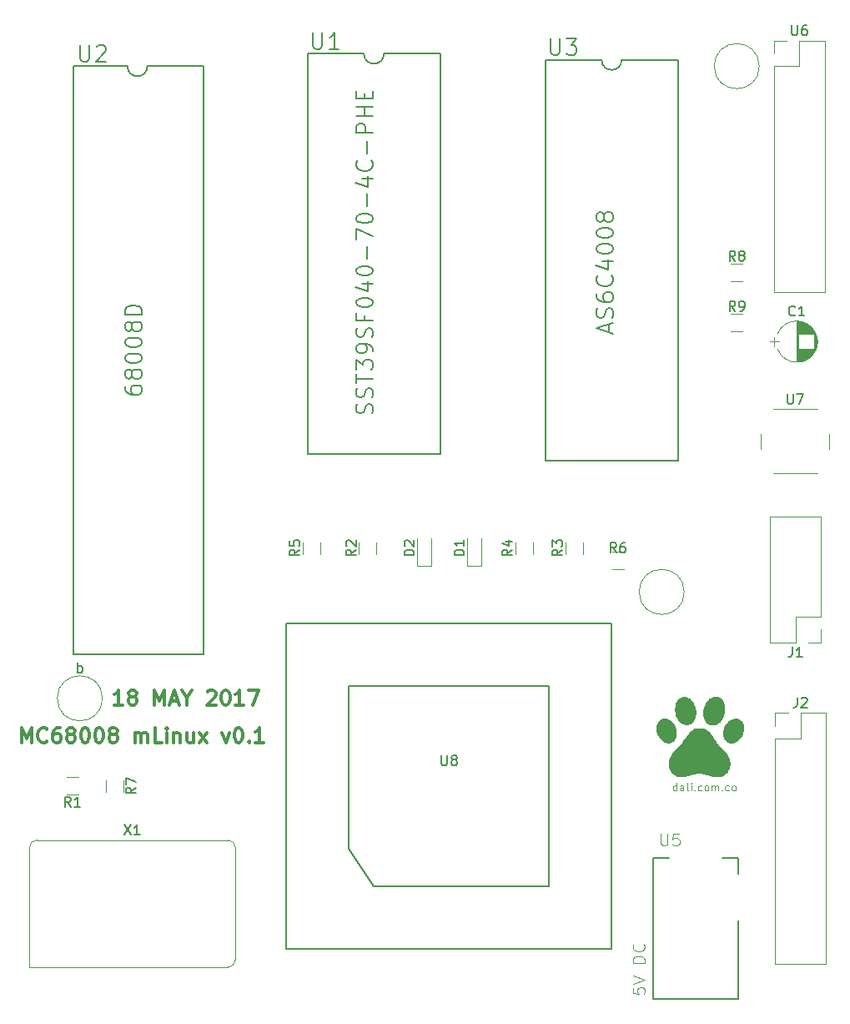
<source format=gto>
G04 #@! TF.FileFunction,Legend,Top*
%FSLAX46Y46*%
G04 Gerber Fmt 4.6, Leading zero omitted, Abs format (unit mm)*
G04 Created by KiCad (PCBNEW 4.0.6) date 07/03/17 18:41:58*
%MOMM*%
%LPD*%
G01*
G04 APERTURE LIST*
%ADD10C,0.100000*%
%ADD11C,0.300000*%
%ADD12C,0.152400*%
%ADD13C,0.203200*%
%ADD14C,0.120000*%
%ADD15C,0.150000*%
%ADD16C,0.142240*%
%ADD17C,0.177800*%
%ADD18C,0.101600*%
%ADD19C,0.065024*%
G04 APERTURE END LIST*
D10*
D11*
X97076430Y-102913571D02*
X96219287Y-102913571D01*
X96647859Y-102913571D02*
X96647859Y-101413571D01*
X96505002Y-101627857D01*
X96362144Y-101770714D01*
X96219287Y-101842143D01*
X97933573Y-102056429D02*
X97790715Y-101985000D01*
X97719287Y-101913571D01*
X97647858Y-101770714D01*
X97647858Y-101699286D01*
X97719287Y-101556429D01*
X97790715Y-101485000D01*
X97933573Y-101413571D01*
X98219287Y-101413571D01*
X98362144Y-101485000D01*
X98433573Y-101556429D01*
X98505001Y-101699286D01*
X98505001Y-101770714D01*
X98433573Y-101913571D01*
X98362144Y-101985000D01*
X98219287Y-102056429D01*
X97933573Y-102056429D01*
X97790715Y-102127857D01*
X97719287Y-102199286D01*
X97647858Y-102342143D01*
X97647858Y-102627857D01*
X97719287Y-102770714D01*
X97790715Y-102842143D01*
X97933573Y-102913571D01*
X98219287Y-102913571D01*
X98362144Y-102842143D01*
X98433573Y-102770714D01*
X98505001Y-102627857D01*
X98505001Y-102342143D01*
X98433573Y-102199286D01*
X98362144Y-102127857D01*
X98219287Y-102056429D01*
X100290715Y-102913571D02*
X100290715Y-101413571D01*
X100790715Y-102485000D01*
X101290715Y-101413571D01*
X101290715Y-102913571D01*
X101933572Y-102485000D02*
X102647858Y-102485000D01*
X101790715Y-102913571D02*
X102290715Y-101413571D01*
X102790715Y-102913571D01*
X103576429Y-102199286D02*
X103576429Y-102913571D01*
X103076429Y-101413571D02*
X103576429Y-102199286D01*
X104076429Y-101413571D01*
X105647857Y-101556429D02*
X105719286Y-101485000D01*
X105862143Y-101413571D01*
X106219286Y-101413571D01*
X106362143Y-101485000D01*
X106433572Y-101556429D01*
X106505000Y-101699286D01*
X106505000Y-101842143D01*
X106433572Y-102056429D01*
X105576429Y-102913571D01*
X106505000Y-102913571D01*
X107433571Y-101413571D02*
X107576428Y-101413571D01*
X107719285Y-101485000D01*
X107790714Y-101556429D01*
X107862143Y-101699286D01*
X107933571Y-101985000D01*
X107933571Y-102342143D01*
X107862143Y-102627857D01*
X107790714Y-102770714D01*
X107719285Y-102842143D01*
X107576428Y-102913571D01*
X107433571Y-102913571D01*
X107290714Y-102842143D01*
X107219285Y-102770714D01*
X107147857Y-102627857D01*
X107076428Y-102342143D01*
X107076428Y-101985000D01*
X107147857Y-101699286D01*
X107219285Y-101556429D01*
X107290714Y-101485000D01*
X107433571Y-101413571D01*
X109362142Y-102913571D02*
X108504999Y-102913571D01*
X108933571Y-102913571D02*
X108933571Y-101413571D01*
X108790714Y-101627857D01*
X108647856Y-101770714D01*
X108504999Y-101842143D01*
X109862142Y-101413571D02*
X110862142Y-101413571D01*
X110219285Y-102913571D01*
X86810001Y-106723571D02*
X86810001Y-105223571D01*
X87310001Y-106295000D01*
X87810001Y-105223571D01*
X87810001Y-106723571D01*
X89381430Y-106580714D02*
X89310001Y-106652143D01*
X89095715Y-106723571D01*
X88952858Y-106723571D01*
X88738573Y-106652143D01*
X88595715Y-106509286D01*
X88524287Y-106366429D01*
X88452858Y-106080714D01*
X88452858Y-105866429D01*
X88524287Y-105580714D01*
X88595715Y-105437857D01*
X88738573Y-105295000D01*
X88952858Y-105223571D01*
X89095715Y-105223571D01*
X89310001Y-105295000D01*
X89381430Y-105366429D01*
X90667144Y-105223571D02*
X90381430Y-105223571D01*
X90238573Y-105295000D01*
X90167144Y-105366429D01*
X90024287Y-105580714D01*
X89952858Y-105866429D01*
X89952858Y-106437857D01*
X90024287Y-106580714D01*
X90095715Y-106652143D01*
X90238573Y-106723571D01*
X90524287Y-106723571D01*
X90667144Y-106652143D01*
X90738573Y-106580714D01*
X90810001Y-106437857D01*
X90810001Y-106080714D01*
X90738573Y-105937857D01*
X90667144Y-105866429D01*
X90524287Y-105795000D01*
X90238573Y-105795000D01*
X90095715Y-105866429D01*
X90024287Y-105937857D01*
X89952858Y-106080714D01*
X91667144Y-105866429D02*
X91524286Y-105795000D01*
X91452858Y-105723571D01*
X91381429Y-105580714D01*
X91381429Y-105509286D01*
X91452858Y-105366429D01*
X91524286Y-105295000D01*
X91667144Y-105223571D01*
X91952858Y-105223571D01*
X92095715Y-105295000D01*
X92167144Y-105366429D01*
X92238572Y-105509286D01*
X92238572Y-105580714D01*
X92167144Y-105723571D01*
X92095715Y-105795000D01*
X91952858Y-105866429D01*
X91667144Y-105866429D01*
X91524286Y-105937857D01*
X91452858Y-106009286D01*
X91381429Y-106152143D01*
X91381429Y-106437857D01*
X91452858Y-106580714D01*
X91524286Y-106652143D01*
X91667144Y-106723571D01*
X91952858Y-106723571D01*
X92095715Y-106652143D01*
X92167144Y-106580714D01*
X92238572Y-106437857D01*
X92238572Y-106152143D01*
X92167144Y-106009286D01*
X92095715Y-105937857D01*
X91952858Y-105866429D01*
X93167143Y-105223571D02*
X93310000Y-105223571D01*
X93452857Y-105295000D01*
X93524286Y-105366429D01*
X93595715Y-105509286D01*
X93667143Y-105795000D01*
X93667143Y-106152143D01*
X93595715Y-106437857D01*
X93524286Y-106580714D01*
X93452857Y-106652143D01*
X93310000Y-106723571D01*
X93167143Y-106723571D01*
X93024286Y-106652143D01*
X92952857Y-106580714D01*
X92881429Y-106437857D01*
X92810000Y-106152143D01*
X92810000Y-105795000D01*
X92881429Y-105509286D01*
X92952857Y-105366429D01*
X93024286Y-105295000D01*
X93167143Y-105223571D01*
X94595714Y-105223571D02*
X94738571Y-105223571D01*
X94881428Y-105295000D01*
X94952857Y-105366429D01*
X95024286Y-105509286D01*
X95095714Y-105795000D01*
X95095714Y-106152143D01*
X95024286Y-106437857D01*
X94952857Y-106580714D01*
X94881428Y-106652143D01*
X94738571Y-106723571D01*
X94595714Y-106723571D01*
X94452857Y-106652143D01*
X94381428Y-106580714D01*
X94310000Y-106437857D01*
X94238571Y-106152143D01*
X94238571Y-105795000D01*
X94310000Y-105509286D01*
X94381428Y-105366429D01*
X94452857Y-105295000D01*
X94595714Y-105223571D01*
X95952857Y-105866429D02*
X95809999Y-105795000D01*
X95738571Y-105723571D01*
X95667142Y-105580714D01*
X95667142Y-105509286D01*
X95738571Y-105366429D01*
X95809999Y-105295000D01*
X95952857Y-105223571D01*
X96238571Y-105223571D01*
X96381428Y-105295000D01*
X96452857Y-105366429D01*
X96524285Y-105509286D01*
X96524285Y-105580714D01*
X96452857Y-105723571D01*
X96381428Y-105795000D01*
X96238571Y-105866429D01*
X95952857Y-105866429D01*
X95809999Y-105937857D01*
X95738571Y-106009286D01*
X95667142Y-106152143D01*
X95667142Y-106437857D01*
X95738571Y-106580714D01*
X95809999Y-106652143D01*
X95952857Y-106723571D01*
X96238571Y-106723571D01*
X96381428Y-106652143D01*
X96452857Y-106580714D01*
X96524285Y-106437857D01*
X96524285Y-106152143D01*
X96452857Y-106009286D01*
X96381428Y-105937857D01*
X96238571Y-105866429D01*
X98309999Y-106723571D02*
X98309999Y-105723571D01*
X98309999Y-105866429D02*
X98381427Y-105795000D01*
X98524285Y-105723571D01*
X98738570Y-105723571D01*
X98881427Y-105795000D01*
X98952856Y-105937857D01*
X98952856Y-106723571D01*
X98952856Y-105937857D02*
X99024285Y-105795000D01*
X99167142Y-105723571D01*
X99381427Y-105723571D01*
X99524285Y-105795000D01*
X99595713Y-105937857D01*
X99595713Y-106723571D01*
X101024285Y-106723571D02*
X100309999Y-106723571D01*
X100309999Y-105223571D01*
X101524285Y-106723571D02*
X101524285Y-105723571D01*
X101524285Y-105223571D02*
X101452856Y-105295000D01*
X101524285Y-105366429D01*
X101595713Y-105295000D01*
X101524285Y-105223571D01*
X101524285Y-105366429D01*
X102238571Y-105723571D02*
X102238571Y-106723571D01*
X102238571Y-105866429D02*
X102309999Y-105795000D01*
X102452857Y-105723571D01*
X102667142Y-105723571D01*
X102809999Y-105795000D01*
X102881428Y-105937857D01*
X102881428Y-106723571D01*
X104238571Y-105723571D02*
X104238571Y-106723571D01*
X103595714Y-105723571D02*
X103595714Y-106509286D01*
X103667142Y-106652143D01*
X103810000Y-106723571D01*
X104024285Y-106723571D01*
X104167142Y-106652143D01*
X104238571Y-106580714D01*
X104810000Y-106723571D02*
X105595714Y-105723571D01*
X104810000Y-105723571D02*
X105595714Y-106723571D01*
X107167143Y-105723571D02*
X107524286Y-106723571D01*
X107881428Y-105723571D01*
X108738571Y-105223571D02*
X108881428Y-105223571D01*
X109024285Y-105295000D01*
X109095714Y-105366429D01*
X109167143Y-105509286D01*
X109238571Y-105795000D01*
X109238571Y-106152143D01*
X109167143Y-106437857D01*
X109095714Y-106580714D01*
X109024285Y-106652143D01*
X108881428Y-106723571D01*
X108738571Y-106723571D01*
X108595714Y-106652143D01*
X108524285Y-106580714D01*
X108452857Y-106437857D01*
X108381428Y-106152143D01*
X108381428Y-105795000D01*
X108452857Y-105509286D01*
X108524285Y-105366429D01*
X108595714Y-105295000D01*
X108738571Y-105223571D01*
X109881428Y-106580714D02*
X109952856Y-106652143D01*
X109881428Y-106723571D01*
X109809999Y-106652143D01*
X109881428Y-106580714D01*
X109881428Y-106723571D01*
X111381428Y-106723571D02*
X110524285Y-106723571D01*
X110952857Y-106723571D02*
X110952857Y-105223571D01*
X110810000Y-105437857D01*
X110667142Y-105580714D01*
X110524285Y-105652143D01*
D12*
X129286000Y-77470000D02*
X129286000Y-36830000D01*
X115824000Y-36830000D02*
X115824000Y-77470000D01*
X129286000Y-77470000D02*
X115824000Y-77470000D01*
X129286000Y-36830000D02*
X123571000Y-36830000D01*
X115824000Y-36830000D02*
X121539000Y-36830000D01*
X121539000Y-36830000D02*
G75*
G03X123571000Y-36830000I1016000J0D01*
G01*
X92075000Y-38100000D02*
X92075000Y-97790000D01*
X92075000Y-97790000D02*
X105283000Y-97790000D01*
X105283000Y-97790000D02*
X105283000Y-38100000D01*
X105283000Y-38100000D02*
X99568000Y-38100000D01*
X92075000Y-38100000D02*
X97536000Y-38100000D01*
X97536000Y-38100000D02*
G75*
G03X99568000Y-38100000I1016000J0D01*
G01*
X153416000Y-78105000D02*
X153416000Y-37465000D01*
X139954000Y-37465000D02*
X139954000Y-78105000D01*
X153416000Y-78105000D02*
X139954000Y-78105000D01*
X153416000Y-37465000D02*
X147701000Y-37465000D01*
X139954000Y-37465000D02*
X145669000Y-37465000D01*
X145669000Y-37465000D02*
G75*
G03X147701000Y-37465000I1016000J0D01*
G01*
D13*
X150894000Y-132701000D02*
X159494000Y-132701000D01*
X150894000Y-118401000D02*
X150894000Y-132701000D01*
X152494000Y-118401000D02*
X150894000Y-118401000D01*
X159494000Y-118401000D02*
X157894000Y-118401000D01*
X159494000Y-132701000D02*
X159494000Y-124751000D01*
X159494000Y-120001000D02*
X159494000Y-118401000D01*
D14*
X91348000Y-110245000D02*
X92548000Y-110245000D01*
X92548000Y-112005000D02*
X91348000Y-112005000D01*
X122800000Y-86395000D02*
X122800000Y-87595000D01*
X121040000Y-87595000D02*
X121040000Y-86395000D01*
X143755000Y-86395000D02*
X143755000Y-87595000D01*
X141995000Y-87595000D02*
X141995000Y-86395000D01*
X138675000Y-86395000D02*
X138675000Y-87595000D01*
X136915000Y-87595000D02*
X136915000Y-86395000D01*
X117085000Y-86395000D02*
X117085000Y-87595000D01*
X115325000Y-87595000D02*
X115325000Y-86395000D01*
X87594000Y-117363000D02*
X87594000Y-129513000D01*
X107744000Y-116613000D02*
X88344000Y-116613000D01*
X108494000Y-128763000D02*
X108494000Y-117363000D01*
X87594000Y-129513000D02*
X107744000Y-129513000D01*
X107744000Y-129513000D02*
G75*
G03X108494000Y-128763000I0J750000D01*
G01*
X108494000Y-117363000D02*
G75*
G03X107744000Y-116613000I-750000J0D01*
G01*
X88344000Y-116613000D02*
G75*
G03X87594000Y-117363000I0J-750000D01*
G01*
X132015000Y-88795000D02*
X133415000Y-88795000D01*
X133415000Y-88795000D02*
X133415000Y-85995000D01*
X132015000Y-88795000D02*
X132015000Y-85995000D01*
X126935000Y-88795000D02*
X128335000Y-88795000D01*
X128335000Y-88795000D02*
X128335000Y-85995000D01*
X126935000Y-88795000D02*
X126935000Y-85995000D01*
X147920000Y-89145000D02*
X146720000Y-89145000D01*
X146720000Y-87385000D02*
X147920000Y-87385000D01*
X95386000Y-111725000D02*
X95386000Y-110525000D01*
X97146000Y-110525000D02*
X97146000Y-111725000D01*
X159985000Y-59935000D02*
X158785000Y-59935000D01*
X158785000Y-58175000D02*
X159985000Y-58175000D01*
X159985000Y-65015000D02*
X158785000Y-65015000D01*
X158785000Y-63255000D02*
X159985000Y-63255000D01*
X163052000Y-79414000D02*
X167552000Y-79414000D01*
X161802000Y-75414000D02*
X161802000Y-76914000D01*
X167552000Y-72914000D02*
X163052000Y-72914000D01*
X168802000Y-76914000D02*
X168802000Y-75414000D01*
X163135000Y-38100000D02*
X163135000Y-61020000D01*
X163135000Y-61020000D02*
X168335000Y-61020000D01*
X168335000Y-61020000D02*
X168335000Y-35500000D01*
X168335000Y-35500000D02*
X165735000Y-35500000D01*
X165735000Y-35500000D02*
X165735000Y-38100000D01*
X165735000Y-38100000D02*
X163135000Y-38100000D01*
X163135000Y-36830000D02*
X163135000Y-35500000D01*
X163135000Y-35500000D02*
X164465000Y-35500000D01*
X167954000Y-93980000D02*
X167954000Y-83760000D01*
X167954000Y-83760000D02*
X162754000Y-83760000D01*
X162754000Y-83760000D02*
X162754000Y-96580000D01*
X162754000Y-96580000D02*
X165354000Y-96580000D01*
X165354000Y-96580000D02*
X165354000Y-93980000D01*
X165354000Y-93980000D02*
X167954000Y-93980000D01*
X167954000Y-95250000D02*
X167954000Y-96580000D01*
X167954000Y-96580000D02*
X166624000Y-96580000D01*
X94996000Y-102235000D02*
G75*
G03X94996000Y-102235000I-2286000J0D01*
G01*
X161671000Y-38100000D02*
G75*
G03X161671000Y-38100000I-2286000J0D01*
G01*
X154051000Y-91440000D02*
G75*
G03X154051000Y-91440000I-2286000J0D01*
G01*
X167404361Y-65260911D02*
G75*
G03X163526005Y-65260000I-1939361J-779089D01*
G01*
X167404361Y-66819089D02*
G75*
G02X163526005Y-66820000I-1939361J779089D01*
G01*
X167404361Y-66819089D02*
G75*
G03X167403995Y-65260000I-1939361J779089D01*
G01*
X165465000Y-63990000D02*
X165465000Y-68090000D01*
X165505000Y-63990000D02*
X165505000Y-68090000D01*
X165545000Y-63991000D02*
X165545000Y-68089000D01*
X165585000Y-63993000D02*
X165585000Y-68087000D01*
X165625000Y-63996000D02*
X165625000Y-68084000D01*
X165665000Y-63999000D02*
X165665000Y-68081000D01*
X165705000Y-64003000D02*
X165705000Y-65260000D01*
X165705000Y-66820000D02*
X165705000Y-68077000D01*
X165745000Y-64008000D02*
X165745000Y-65260000D01*
X165745000Y-66820000D02*
X165745000Y-68072000D01*
X165785000Y-64014000D02*
X165785000Y-65260000D01*
X165785000Y-66820000D02*
X165785000Y-68066000D01*
X165825000Y-64021000D02*
X165825000Y-65260000D01*
X165825000Y-66820000D02*
X165825000Y-68059000D01*
X165865000Y-64028000D02*
X165865000Y-65260000D01*
X165865000Y-66820000D02*
X165865000Y-68052000D01*
X165905000Y-64036000D02*
X165905000Y-65260000D01*
X165905000Y-66820000D02*
X165905000Y-68044000D01*
X165945000Y-64045000D02*
X165945000Y-65260000D01*
X165945000Y-66820000D02*
X165945000Y-68035000D01*
X165985000Y-64055000D02*
X165985000Y-65260000D01*
X165985000Y-66820000D02*
X165985000Y-68025000D01*
X166025000Y-64066000D02*
X166025000Y-65260000D01*
X166025000Y-66820000D02*
X166025000Y-68014000D01*
X166065000Y-64077000D02*
X166065000Y-65260000D01*
X166065000Y-66820000D02*
X166065000Y-68003000D01*
X166105000Y-64090000D02*
X166105000Y-65260000D01*
X166105000Y-66820000D02*
X166105000Y-67990000D01*
X166145000Y-64103000D02*
X166145000Y-65260000D01*
X166145000Y-66820000D02*
X166145000Y-67977000D01*
X166186000Y-64117000D02*
X166186000Y-65260000D01*
X166186000Y-66820000D02*
X166186000Y-67963000D01*
X166226000Y-64133000D02*
X166226000Y-65260000D01*
X166226000Y-66820000D02*
X166226000Y-67947000D01*
X166266000Y-64149000D02*
X166266000Y-65260000D01*
X166266000Y-66820000D02*
X166266000Y-67931000D01*
X166306000Y-64166000D02*
X166306000Y-65260000D01*
X166306000Y-66820000D02*
X166306000Y-67914000D01*
X166346000Y-64184000D02*
X166346000Y-65260000D01*
X166346000Y-66820000D02*
X166346000Y-67896000D01*
X166386000Y-64203000D02*
X166386000Y-65260000D01*
X166386000Y-66820000D02*
X166386000Y-67877000D01*
X166426000Y-64223000D02*
X166426000Y-65260000D01*
X166426000Y-66820000D02*
X166426000Y-67857000D01*
X166466000Y-64244000D02*
X166466000Y-65260000D01*
X166466000Y-66820000D02*
X166466000Y-67836000D01*
X166506000Y-64267000D02*
X166506000Y-65260000D01*
X166506000Y-66820000D02*
X166506000Y-67813000D01*
X166546000Y-64290000D02*
X166546000Y-65260000D01*
X166546000Y-66820000D02*
X166546000Y-67790000D01*
X166586000Y-64315000D02*
X166586000Y-65260000D01*
X166586000Y-66820000D02*
X166586000Y-67765000D01*
X166626000Y-64341000D02*
X166626000Y-65260000D01*
X166626000Y-66820000D02*
X166626000Y-67739000D01*
X166666000Y-64368000D02*
X166666000Y-65260000D01*
X166666000Y-66820000D02*
X166666000Y-67712000D01*
X166706000Y-64397000D02*
X166706000Y-65260000D01*
X166706000Y-66820000D02*
X166706000Y-67683000D01*
X166746000Y-64427000D02*
X166746000Y-65260000D01*
X166746000Y-66820000D02*
X166746000Y-67653000D01*
X166786000Y-64459000D02*
X166786000Y-65260000D01*
X166786000Y-66820000D02*
X166786000Y-67621000D01*
X166826000Y-64493000D02*
X166826000Y-65260000D01*
X166826000Y-66820000D02*
X166826000Y-67587000D01*
X166866000Y-64528000D02*
X166866000Y-65260000D01*
X166866000Y-66820000D02*
X166866000Y-67552000D01*
X166906000Y-64565000D02*
X166906000Y-65260000D01*
X166906000Y-66820000D02*
X166906000Y-67515000D01*
X166946000Y-64604000D02*
X166946000Y-65260000D01*
X166946000Y-66820000D02*
X166946000Y-67476000D01*
X166986000Y-64645000D02*
X166986000Y-65260000D01*
X166986000Y-66820000D02*
X166986000Y-67435000D01*
X167026000Y-64689000D02*
X167026000Y-65260000D01*
X167026000Y-66820000D02*
X167026000Y-67391000D01*
X167066000Y-64735000D02*
X167066000Y-65260000D01*
X167066000Y-66820000D02*
X167066000Y-67345000D01*
X167106000Y-64784000D02*
X167106000Y-65260000D01*
X167106000Y-66820000D02*
X167106000Y-67296000D01*
X167146000Y-64836000D02*
X167146000Y-65260000D01*
X167146000Y-66820000D02*
X167146000Y-67244000D01*
X167186000Y-64892000D02*
X167186000Y-65260000D01*
X167186000Y-66820000D02*
X167186000Y-67188000D01*
X167226000Y-64952000D02*
X167226000Y-65260000D01*
X167226000Y-66820000D02*
X167226000Y-67128000D01*
X167266000Y-65017000D02*
X167266000Y-67063000D01*
X167306000Y-65088000D02*
X167306000Y-66992000D01*
X167346000Y-65166000D02*
X167346000Y-66914000D01*
X167386000Y-65254000D02*
X167386000Y-66826000D01*
X167426000Y-65354000D02*
X167426000Y-66726000D01*
X167466000Y-65473000D02*
X167466000Y-66607000D01*
X167506000Y-65625000D02*
X167506000Y-66455000D01*
X167546000Y-65875000D02*
X167546000Y-66205000D01*
X162765000Y-66040000D02*
X163665000Y-66040000D01*
X163215000Y-65590000D02*
X163215000Y-66490000D01*
D15*
X120015000Y-117475000D02*
X122555000Y-121285000D01*
X122555000Y-121285000D02*
X140335000Y-121285000D01*
X140335000Y-121285000D02*
X140335000Y-100965000D01*
X140335000Y-100965000D02*
X120015000Y-100965000D01*
X113665000Y-94615000D02*
X113665000Y-127635000D01*
X113665000Y-127635000D02*
X146685000Y-127635000D01*
X146685000Y-127635000D02*
X146685000Y-94615000D01*
X146685000Y-94615000D02*
X113665000Y-94615000D01*
X120015000Y-100965000D02*
X120015000Y-117475000D01*
D14*
X163262000Y-106299000D02*
X163262000Y-129219000D01*
X163262000Y-129219000D02*
X168462000Y-129219000D01*
X168462000Y-129219000D02*
X168462000Y-103699000D01*
X168462000Y-103699000D02*
X165862000Y-103699000D01*
X165862000Y-103699000D02*
X165862000Y-106299000D01*
X165862000Y-106299000D02*
X163262000Y-106299000D01*
X163262000Y-105029000D02*
X163262000Y-103699000D01*
X163262000Y-103699000D02*
X164592000Y-103699000D01*
D10*
G36*
X153600150Y-110255050D02*
X153904950Y-110255050D01*
X153904950Y-110216950D01*
X153600150Y-110216950D01*
X153600150Y-110255050D01*
G37*
G36*
X157219650Y-110255050D02*
X157638750Y-110255050D01*
X157638750Y-110216950D01*
X157219650Y-110216950D01*
X157219650Y-110255050D01*
G37*
G36*
X153371550Y-110216950D02*
X154171650Y-110216950D01*
X154171650Y-110178850D01*
X153371550Y-110178850D01*
X153371550Y-110216950D01*
G37*
G36*
X156991050Y-110216950D02*
X157791150Y-110216950D01*
X157791150Y-110178850D01*
X156991050Y-110178850D01*
X156991050Y-110216950D01*
G37*
G36*
X153257250Y-110178850D02*
X154324050Y-110178850D01*
X154324050Y-110140750D01*
X153257250Y-110140750D01*
X153257250Y-110178850D01*
G37*
G36*
X156838650Y-110178850D02*
X157905450Y-110178850D01*
X157905450Y-110140750D01*
X156838650Y-110140750D01*
X156838650Y-110178850D01*
G37*
G36*
X153181050Y-110140750D02*
X154476450Y-110140750D01*
X154476450Y-110102650D01*
X153181050Y-110102650D01*
X153181050Y-110140750D01*
G37*
G36*
X156686250Y-110140750D02*
X157981650Y-110140750D01*
X157981650Y-110102650D01*
X156686250Y-110102650D01*
X156686250Y-110140750D01*
G37*
G36*
X153142950Y-110102650D02*
X154628850Y-110102650D01*
X154628850Y-110064550D01*
X153142950Y-110064550D01*
X153142950Y-110102650D01*
G37*
G36*
X156571950Y-110102650D02*
X158057850Y-110102650D01*
X158057850Y-110064550D01*
X156571950Y-110064550D01*
X156571950Y-110102650D01*
G37*
G36*
X153066750Y-110064550D02*
X154781250Y-110064550D01*
X154781250Y-110026450D01*
X153066750Y-110026450D01*
X153066750Y-110064550D01*
G37*
G36*
X156419550Y-110064550D02*
X158134050Y-110064550D01*
X158134050Y-110026450D01*
X156419550Y-110026450D01*
X156419550Y-110064550D01*
G37*
G36*
X153028650Y-110026450D02*
X154895550Y-110026450D01*
X154895550Y-109988350D01*
X153028650Y-109988350D01*
X153028650Y-110026450D01*
G37*
G36*
X156267150Y-110026450D02*
X158172150Y-110026450D01*
X158172150Y-109988350D01*
X156267150Y-109988350D01*
X156267150Y-110026450D01*
G37*
G36*
X152952450Y-109988350D02*
X155086050Y-109988350D01*
X155086050Y-109950250D01*
X152952450Y-109950250D01*
X152952450Y-109988350D01*
G37*
G36*
X156114750Y-109988350D02*
X158248350Y-109988350D01*
X158248350Y-109950250D01*
X156114750Y-109950250D01*
X156114750Y-109988350D01*
G37*
G36*
X152914350Y-109950250D02*
X155276550Y-109950250D01*
X155276550Y-109912150D01*
X152914350Y-109912150D01*
X152914350Y-109950250D01*
G37*
G36*
X155886150Y-109950250D02*
X158286450Y-109950250D01*
X158286450Y-109912150D01*
X155886150Y-109912150D01*
X155886150Y-109950250D01*
G37*
G36*
X152876250Y-109912150D02*
X158324550Y-109912150D01*
X158324550Y-109874050D01*
X152876250Y-109874050D01*
X152876250Y-109912150D01*
G37*
G36*
X152838150Y-109874050D02*
X158362650Y-109874050D01*
X158362650Y-109835950D01*
X152838150Y-109835950D01*
X152838150Y-109874050D01*
G37*
G36*
X152800050Y-109835950D02*
X158400750Y-109835950D01*
X158400750Y-109797850D01*
X152800050Y-109797850D01*
X152800050Y-109835950D01*
G37*
G36*
X152761950Y-109797850D02*
X158438850Y-109797850D01*
X158438850Y-109759750D01*
X152761950Y-109759750D01*
X152761950Y-109797850D01*
G37*
G36*
X152761950Y-109759750D02*
X158476950Y-109759750D01*
X158476950Y-109721650D01*
X152761950Y-109721650D01*
X152761950Y-109759750D01*
G37*
G36*
X152723850Y-109721650D02*
X158476950Y-109721650D01*
X158476950Y-109683550D01*
X152723850Y-109683550D01*
X152723850Y-109721650D01*
G37*
G36*
X152685750Y-109683550D02*
X158515050Y-109683550D01*
X158515050Y-109645450D01*
X152685750Y-109645450D01*
X152685750Y-109683550D01*
G37*
G36*
X152685750Y-109645450D02*
X158553150Y-109645450D01*
X158553150Y-109607350D01*
X152685750Y-109607350D01*
X152685750Y-109645450D01*
G37*
G36*
X152647650Y-109607350D02*
X158553150Y-109607350D01*
X158553150Y-109569250D01*
X152647650Y-109569250D01*
X152647650Y-109607350D01*
G37*
G36*
X152647650Y-109569250D02*
X158591250Y-109569250D01*
X158591250Y-109531150D01*
X152647650Y-109531150D01*
X152647650Y-109569250D01*
G37*
G36*
X152609550Y-109531150D02*
X158591250Y-109531150D01*
X158591250Y-109493050D01*
X152609550Y-109493050D01*
X152609550Y-109531150D01*
G37*
G36*
X152609550Y-109493050D02*
X158629350Y-109493050D01*
X158629350Y-109454950D01*
X152609550Y-109454950D01*
X152609550Y-109493050D01*
G37*
G36*
X152571450Y-109454950D02*
X158629350Y-109454950D01*
X158629350Y-109416850D01*
X152571450Y-109416850D01*
X152571450Y-109454950D01*
G37*
G36*
X152571450Y-109416850D02*
X158667450Y-109416850D01*
X158667450Y-109378750D01*
X152571450Y-109378750D01*
X152571450Y-109416850D01*
G37*
G36*
X152571450Y-109378750D02*
X158667450Y-109378750D01*
X158667450Y-109340650D01*
X152571450Y-109340650D01*
X152571450Y-109378750D01*
G37*
G36*
X152533350Y-109340650D02*
X158667450Y-109340650D01*
X158667450Y-109302550D01*
X152533350Y-109302550D01*
X152533350Y-109340650D01*
G37*
G36*
X152533350Y-109302550D02*
X158705550Y-109302550D01*
X158705550Y-109264450D01*
X152533350Y-109264450D01*
X152533350Y-109302550D01*
G37*
G36*
X152533350Y-109264450D02*
X158705550Y-109264450D01*
X158705550Y-109226350D01*
X152533350Y-109226350D01*
X152533350Y-109264450D01*
G37*
G36*
X152533350Y-109226350D02*
X158705550Y-109226350D01*
X158705550Y-109188250D01*
X152533350Y-109188250D01*
X152533350Y-109226350D01*
G37*
G36*
X152495250Y-109188250D02*
X158705550Y-109188250D01*
X158705550Y-109150150D01*
X152495250Y-109150150D01*
X152495250Y-109188250D01*
G37*
G36*
X152495250Y-109150150D02*
X158705550Y-109150150D01*
X158705550Y-109112050D01*
X152495250Y-109112050D01*
X152495250Y-109150150D01*
G37*
G36*
X152495250Y-109112050D02*
X158743650Y-109112050D01*
X158743650Y-109073950D01*
X152495250Y-109073950D01*
X152495250Y-109112050D01*
G37*
G36*
X152495250Y-109073950D02*
X158743650Y-109073950D01*
X158743650Y-109035850D01*
X152495250Y-109035850D01*
X152495250Y-109073950D01*
G37*
G36*
X152495250Y-109035850D02*
X158743650Y-109035850D01*
X158743650Y-108997750D01*
X152495250Y-108997750D01*
X152495250Y-109035850D01*
G37*
G36*
X152495250Y-108997750D02*
X158743650Y-108997750D01*
X158743650Y-108959650D01*
X152495250Y-108959650D01*
X152495250Y-108997750D01*
G37*
G36*
X152495250Y-108959650D02*
X158743650Y-108959650D01*
X158743650Y-108921550D01*
X152495250Y-108921550D01*
X152495250Y-108959650D01*
G37*
G36*
X152495250Y-108921550D02*
X158743650Y-108921550D01*
X158743650Y-108883450D01*
X152495250Y-108883450D01*
X152495250Y-108921550D01*
G37*
G36*
X152495250Y-108883450D02*
X158743650Y-108883450D01*
X158743650Y-108845350D01*
X152495250Y-108845350D01*
X152495250Y-108883450D01*
G37*
G36*
X152495250Y-108845350D02*
X158743650Y-108845350D01*
X158743650Y-108807250D01*
X152495250Y-108807250D01*
X152495250Y-108845350D01*
G37*
G36*
X152495250Y-108807250D02*
X158743650Y-108807250D01*
X158743650Y-108769150D01*
X152495250Y-108769150D01*
X152495250Y-108807250D01*
G37*
G36*
X152495250Y-108769150D02*
X158743650Y-108769150D01*
X158743650Y-108731050D01*
X152495250Y-108731050D01*
X152495250Y-108769150D01*
G37*
G36*
X152495250Y-108731050D02*
X158705550Y-108731050D01*
X158705550Y-108692950D01*
X152495250Y-108692950D01*
X152495250Y-108731050D01*
G37*
G36*
X152495250Y-108692950D02*
X158705550Y-108692950D01*
X158705550Y-108654850D01*
X152495250Y-108654850D01*
X152495250Y-108692950D01*
G37*
G36*
X152533350Y-108654850D02*
X158705550Y-108654850D01*
X158705550Y-108616750D01*
X152533350Y-108616750D01*
X152533350Y-108654850D01*
G37*
G36*
X152533350Y-108616750D02*
X158705550Y-108616750D01*
X158705550Y-108578650D01*
X152533350Y-108578650D01*
X152533350Y-108616750D01*
G37*
G36*
X152533350Y-108578650D02*
X158705550Y-108578650D01*
X158705550Y-108540550D01*
X152533350Y-108540550D01*
X152533350Y-108578650D01*
G37*
G36*
X152533350Y-108540550D02*
X158667450Y-108540550D01*
X158667450Y-108502450D01*
X152533350Y-108502450D01*
X152533350Y-108540550D01*
G37*
G36*
X152533350Y-108502450D02*
X158667450Y-108502450D01*
X158667450Y-108464350D01*
X152533350Y-108464350D01*
X152533350Y-108502450D01*
G37*
G36*
X152571450Y-108464350D02*
X158667450Y-108464350D01*
X158667450Y-108426250D01*
X152571450Y-108426250D01*
X152571450Y-108464350D01*
G37*
G36*
X152571450Y-108426250D02*
X158667450Y-108426250D01*
X158667450Y-108388150D01*
X152571450Y-108388150D01*
X152571450Y-108426250D01*
G37*
G36*
X152571450Y-108388150D02*
X158629350Y-108388150D01*
X158629350Y-108350050D01*
X152571450Y-108350050D01*
X152571450Y-108388150D01*
G37*
G36*
X152609550Y-108350050D02*
X158629350Y-108350050D01*
X158629350Y-108311950D01*
X152609550Y-108311950D01*
X152609550Y-108350050D01*
G37*
G36*
X152609550Y-108311950D02*
X158591250Y-108311950D01*
X158591250Y-108273850D01*
X152609550Y-108273850D01*
X152609550Y-108311950D01*
G37*
G36*
X152647650Y-108273850D02*
X158591250Y-108273850D01*
X158591250Y-108235750D01*
X152647650Y-108235750D01*
X152647650Y-108273850D01*
G37*
G36*
X152647650Y-108235750D02*
X158591250Y-108235750D01*
X158591250Y-108197650D01*
X152647650Y-108197650D01*
X152647650Y-108235750D01*
G37*
G36*
X152647650Y-108197650D02*
X158553150Y-108197650D01*
X158553150Y-108159550D01*
X152647650Y-108159550D01*
X152647650Y-108197650D01*
G37*
G36*
X152685750Y-108159550D02*
X158553150Y-108159550D01*
X158553150Y-108121450D01*
X152685750Y-108121450D01*
X152685750Y-108159550D01*
G37*
G36*
X152685750Y-108121450D02*
X158515050Y-108121450D01*
X158515050Y-108083350D01*
X152685750Y-108083350D01*
X152685750Y-108121450D01*
G37*
G36*
X152723850Y-108083350D02*
X158515050Y-108083350D01*
X158515050Y-108045250D01*
X152723850Y-108045250D01*
X152723850Y-108083350D01*
G37*
G36*
X152723850Y-108045250D02*
X158476950Y-108045250D01*
X158476950Y-108007150D01*
X152723850Y-108007150D01*
X152723850Y-108045250D01*
G37*
G36*
X152761950Y-108007150D02*
X158438850Y-108007150D01*
X158438850Y-107969050D01*
X152761950Y-107969050D01*
X152761950Y-108007150D01*
G37*
G36*
X152800050Y-107969050D02*
X158438850Y-107969050D01*
X158438850Y-107930950D01*
X152800050Y-107930950D01*
X152800050Y-107969050D01*
G37*
G36*
X152800050Y-107930950D02*
X158400750Y-107930950D01*
X158400750Y-107892850D01*
X152800050Y-107892850D01*
X152800050Y-107930950D01*
G37*
G36*
X152838150Y-107892850D02*
X158400750Y-107892850D01*
X158400750Y-107854750D01*
X152838150Y-107854750D01*
X152838150Y-107892850D01*
G37*
G36*
X152838150Y-107854750D02*
X158362650Y-107854750D01*
X158362650Y-107816650D01*
X152838150Y-107816650D01*
X152838150Y-107854750D01*
G37*
G36*
X152876250Y-107816650D02*
X158324550Y-107816650D01*
X158324550Y-107778550D01*
X152876250Y-107778550D01*
X152876250Y-107816650D01*
G37*
G36*
X152914350Y-107778550D02*
X158286450Y-107778550D01*
X158286450Y-107740450D01*
X152914350Y-107740450D01*
X152914350Y-107778550D01*
G37*
G36*
X152952450Y-107740450D02*
X158286450Y-107740450D01*
X158286450Y-107702350D01*
X152952450Y-107702350D01*
X152952450Y-107740450D01*
G37*
G36*
X152952450Y-107702350D02*
X158248350Y-107702350D01*
X158248350Y-107664250D01*
X152952450Y-107664250D01*
X152952450Y-107702350D01*
G37*
G36*
X152990550Y-107664250D02*
X158210250Y-107664250D01*
X158210250Y-107626150D01*
X152990550Y-107626150D01*
X152990550Y-107664250D01*
G37*
G36*
X153028650Y-107626150D02*
X158172150Y-107626150D01*
X158172150Y-107588050D01*
X153028650Y-107588050D01*
X153028650Y-107626150D01*
G37*
G36*
X153066750Y-107588050D02*
X158134050Y-107588050D01*
X158134050Y-107549950D01*
X153066750Y-107549950D01*
X153066750Y-107588050D01*
G37*
G36*
X153104850Y-107549950D02*
X158095950Y-107549950D01*
X158095950Y-107511850D01*
X153104850Y-107511850D01*
X153104850Y-107549950D01*
G37*
G36*
X153142950Y-107511850D02*
X158057850Y-107511850D01*
X158057850Y-107473750D01*
X153142950Y-107473750D01*
X153142950Y-107511850D01*
G37*
G36*
X153181050Y-107473750D02*
X158019750Y-107473750D01*
X158019750Y-107435650D01*
X153181050Y-107435650D01*
X153181050Y-107473750D01*
G37*
G36*
X153219150Y-107435650D02*
X157981650Y-107435650D01*
X157981650Y-107397550D01*
X153219150Y-107397550D01*
X153219150Y-107435650D01*
G37*
G36*
X153257250Y-107397550D02*
X157943550Y-107397550D01*
X157943550Y-107359450D01*
X153257250Y-107359450D01*
X153257250Y-107397550D01*
G37*
G36*
X153295350Y-107359450D02*
X157905450Y-107359450D01*
X157905450Y-107321350D01*
X153295350Y-107321350D01*
X153295350Y-107359450D01*
G37*
G36*
X153333450Y-107321350D02*
X157867350Y-107321350D01*
X157867350Y-107283250D01*
X153333450Y-107283250D01*
X153333450Y-107321350D01*
G37*
G36*
X153371550Y-107283250D02*
X157829250Y-107283250D01*
X157829250Y-107245150D01*
X153371550Y-107245150D01*
X153371550Y-107283250D01*
G37*
G36*
X153409650Y-107245150D02*
X157791150Y-107245150D01*
X157791150Y-107207050D01*
X153409650Y-107207050D01*
X153409650Y-107245150D01*
G37*
G36*
X153447750Y-107207050D02*
X157753050Y-107207050D01*
X157753050Y-107168950D01*
X153447750Y-107168950D01*
X153447750Y-107207050D01*
G37*
G36*
X153485850Y-107168950D02*
X157714950Y-107168950D01*
X157714950Y-107130850D01*
X153485850Y-107130850D01*
X153485850Y-107168950D01*
G37*
G36*
X153523950Y-107130850D02*
X157676850Y-107130850D01*
X157676850Y-107092750D01*
X153523950Y-107092750D01*
X153523950Y-107130850D01*
G37*
G36*
X153562050Y-107092750D02*
X157638750Y-107092750D01*
X157638750Y-107054650D01*
X153562050Y-107054650D01*
X153562050Y-107092750D01*
G37*
G36*
X153600150Y-107054650D02*
X157600650Y-107054650D01*
X157600650Y-107016550D01*
X153600150Y-107016550D01*
X153600150Y-107054650D01*
G37*
G36*
X153638250Y-107016550D02*
X157562550Y-107016550D01*
X157562550Y-106978450D01*
X153638250Y-106978450D01*
X153638250Y-107016550D01*
G37*
G36*
X153676350Y-106978450D02*
X157524450Y-106978450D01*
X157524450Y-106940350D01*
X153676350Y-106940350D01*
X153676350Y-106978450D01*
G37*
G36*
X153714450Y-106940350D02*
X157524450Y-106940350D01*
X157524450Y-106902250D01*
X153714450Y-106902250D01*
X153714450Y-106940350D01*
G37*
G36*
X153752550Y-106902250D02*
X157486350Y-106902250D01*
X157486350Y-106864150D01*
X153752550Y-106864150D01*
X153752550Y-106902250D01*
G37*
G36*
X153752550Y-106864150D02*
X157448250Y-106864150D01*
X157448250Y-106826050D01*
X153752550Y-106826050D01*
X153752550Y-106864150D01*
G37*
G36*
X153790650Y-106826050D02*
X157410150Y-106826050D01*
X157410150Y-106787950D01*
X153790650Y-106787950D01*
X153790650Y-106826050D01*
G37*
G36*
X152228550Y-106787950D02*
X152685750Y-106787950D01*
X152685750Y-106749850D01*
X152228550Y-106749850D01*
X152228550Y-106787950D01*
G37*
G36*
X153828750Y-106787950D02*
X157372050Y-106787950D01*
X157372050Y-106749850D01*
X153828750Y-106749850D01*
X153828750Y-106787950D01*
G37*
G36*
X158591250Y-106787950D02*
X159086550Y-106787950D01*
X159086550Y-106749850D01*
X158591250Y-106749850D01*
X158591250Y-106787950D01*
G37*
G36*
X152114250Y-106749850D02*
X152800050Y-106749850D01*
X152800050Y-106711750D01*
X152114250Y-106711750D01*
X152114250Y-106749850D01*
G37*
G36*
X153866850Y-106749850D02*
X157372050Y-106749850D01*
X157372050Y-106711750D01*
X153866850Y-106711750D01*
X153866850Y-106749850D01*
G37*
G36*
X158515050Y-106749850D02*
X159200850Y-106749850D01*
X159200850Y-106711750D01*
X158515050Y-106711750D01*
X158515050Y-106749850D01*
G37*
G36*
X152038050Y-106711750D02*
X152876250Y-106711750D01*
X152876250Y-106673650D01*
X152038050Y-106673650D01*
X152038050Y-106711750D01*
G37*
G36*
X153866850Y-106711750D02*
X157333950Y-106711750D01*
X157333950Y-106673650D01*
X153866850Y-106673650D01*
X153866850Y-106711750D01*
G37*
G36*
X158438850Y-106711750D02*
X159315150Y-106711750D01*
X159315150Y-106673650D01*
X158438850Y-106673650D01*
X158438850Y-106711750D01*
G37*
G36*
X151961850Y-106673650D02*
X152914350Y-106673650D01*
X152914350Y-106635550D01*
X151961850Y-106635550D01*
X151961850Y-106673650D01*
G37*
G36*
X153904950Y-106673650D02*
X157295850Y-106673650D01*
X157295850Y-106635550D01*
X153904950Y-106635550D01*
X153904950Y-106673650D01*
G37*
G36*
X158362650Y-106673650D02*
X159391350Y-106673650D01*
X159391350Y-106635550D01*
X158362650Y-106635550D01*
X158362650Y-106673650D01*
G37*
G36*
X151885650Y-106635550D02*
X152990550Y-106635550D01*
X152990550Y-106597450D01*
X151885650Y-106597450D01*
X151885650Y-106635550D01*
G37*
G36*
X153943050Y-106635550D02*
X157295850Y-106635550D01*
X157295850Y-106597450D01*
X153943050Y-106597450D01*
X153943050Y-106635550D01*
G37*
G36*
X158324550Y-106635550D02*
X159429450Y-106635550D01*
X159429450Y-106597450D01*
X158324550Y-106597450D01*
X158324550Y-106635550D01*
G37*
G36*
X151847550Y-106597450D02*
X153028650Y-106597450D01*
X153028650Y-106559350D01*
X151847550Y-106559350D01*
X151847550Y-106597450D01*
G37*
G36*
X153981150Y-106597450D02*
X157257750Y-106597450D01*
X157257750Y-106559350D01*
X153981150Y-106559350D01*
X153981150Y-106597450D01*
G37*
G36*
X158286450Y-106597450D02*
X159505650Y-106597450D01*
X159505650Y-106559350D01*
X158286450Y-106559350D01*
X158286450Y-106597450D01*
G37*
G36*
X151809450Y-106559350D02*
X153066750Y-106559350D01*
X153066750Y-106521250D01*
X151809450Y-106521250D01*
X151809450Y-106559350D01*
G37*
G36*
X153981150Y-106559350D02*
X157219650Y-106559350D01*
X157219650Y-106521250D01*
X153981150Y-106521250D01*
X153981150Y-106559350D01*
G37*
G36*
X158248350Y-106559350D02*
X159543750Y-106559350D01*
X159543750Y-106521250D01*
X158248350Y-106521250D01*
X158248350Y-106559350D01*
G37*
G36*
X151771350Y-106521250D02*
X153066750Y-106521250D01*
X153066750Y-106483150D01*
X151771350Y-106483150D01*
X151771350Y-106521250D01*
G37*
G36*
X154019250Y-106521250D02*
X157219650Y-106521250D01*
X157219650Y-106483150D01*
X154019250Y-106483150D01*
X154019250Y-106521250D01*
G37*
G36*
X158210250Y-106521250D02*
X159581850Y-106521250D01*
X159581850Y-106483150D01*
X158210250Y-106483150D01*
X158210250Y-106521250D01*
G37*
G36*
X151733250Y-106483150D02*
X153104850Y-106483150D01*
X153104850Y-106445050D01*
X151733250Y-106445050D01*
X151733250Y-106483150D01*
G37*
G36*
X154057350Y-106483150D02*
X157181550Y-106483150D01*
X157181550Y-106445050D01*
X154057350Y-106445050D01*
X154057350Y-106483150D01*
G37*
G36*
X158172150Y-106483150D02*
X159619950Y-106483150D01*
X159619950Y-106445050D01*
X158172150Y-106445050D01*
X158172150Y-106483150D01*
G37*
G36*
X151695150Y-106445050D02*
X153142950Y-106445050D01*
X153142950Y-106406950D01*
X151695150Y-106406950D01*
X151695150Y-106445050D01*
G37*
G36*
X154057350Y-106445050D02*
X157143450Y-106445050D01*
X157143450Y-106406950D01*
X154057350Y-106406950D01*
X154057350Y-106445050D01*
G37*
G36*
X158172150Y-106445050D02*
X159658050Y-106445050D01*
X159658050Y-106406950D01*
X158172150Y-106406950D01*
X158172150Y-106445050D01*
G37*
G36*
X151657050Y-106406950D02*
X153181050Y-106406950D01*
X153181050Y-106368850D01*
X151657050Y-106368850D01*
X151657050Y-106406950D01*
G37*
G36*
X154095450Y-106406950D02*
X157143450Y-106406950D01*
X157143450Y-106368850D01*
X154095450Y-106368850D01*
X154095450Y-106406950D01*
G37*
G36*
X158134050Y-106406950D02*
X159696150Y-106406950D01*
X159696150Y-106368850D01*
X158134050Y-106368850D01*
X158134050Y-106406950D01*
G37*
G36*
X151618950Y-106368850D02*
X153181050Y-106368850D01*
X153181050Y-106330750D01*
X151618950Y-106330750D01*
X151618950Y-106368850D01*
G37*
G36*
X154133550Y-106368850D02*
X157105350Y-106368850D01*
X157105350Y-106330750D01*
X154133550Y-106330750D01*
X154133550Y-106368850D01*
G37*
G36*
X158134050Y-106368850D02*
X159734250Y-106368850D01*
X159734250Y-106330750D01*
X158134050Y-106330750D01*
X158134050Y-106368850D01*
G37*
G36*
X151580850Y-106330750D02*
X153219150Y-106330750D01*
X153219150Y-106292650D01*
X151580850Y-106292650D01*
X151580850Y-106330750D01*
G37*
G36*
X154171650Y-106330750D02*
X157105350Y-106330750D01*
X157105350Y-106292650D01*
X154171650Y-106292650D01*
X154171650Y-106330750D01*
G37*
G36*
X158095950Y-106330750D02*
X159772350Y-106330750D01*
X159772350Y-106292650D01*
X158095950Y-106292650D01*
X158095950Y-106330750D01*
G37*
G36*
X151542750Y-106292650D02*
X153219150Y-106292650D01*
X153219150Y-106254550D01*
X151542750Y-106254550D01*
X151542750Y-106292650D01*
G37*
G36*
X154171650Y-106292650D02*
X157067250Y-106292650D01*
X157067250Y-106254550D01*
X154171650Y-106254550D01*
X154171650Y-106292650D01*
G37*
G36*
X158095950Y-106292650D02*
X159810450Y-106292650D01*
X159810450Y-106254550D01*
X158095950Y-106254550D01*
X158095950Y-106292650D01*
G37*
G36*
X151542750Y-106254550D02*
X153219150Y-106254550D01*
X153219150Y-106216450D01*
X151542750Y-106216450D01*
X151542750Y-106254550D01*
G37*
G36*
X154209750Y-106254550D02*
X157029150Y-106254550D01*
X157029150Y-106216450D01*
X154209750Y-106216450D01*
X154209750Y-106254550D01*
G37*
G36*
X158057850Y-106254550D02*
X159848550Y-106254550D01*
X159848550Y-106216450D01*
X158057850Y-106216450D01*
X158057850Y-106254550D01*
G37*
G36*
X151504650Y-106216450D02*
X153257250Y-106216450D01*
X153257250Y-106178350D01*
X151504650Y-106178350D01*
X151504650Y-106216450D01*
G37*
G36*
X154247850Y-106216450D02*
X157029150Y-106216450D01*
X157029150Y-106178350D01*
X154247850Y-106178350D01*
X154247850Y-106216450D01*
G37*
G36*
X158057850Y-106216450D02*
X159848550Y-106216450D01*
X159848550Y-106178350D01*
X158057850Y-106178350D01*
X158057850Y-106216450D01*
G37*
G36*
X151466550Y-106178350D02*
X153257250Y-106178350D01*
X153257250Y-106140250D01*
X151466550Y-106140250D01*
X151466550Y-106178350D01*
G37*
G36*
X154247850Y-106178350D02*
X156991050Y-106178350D01*
X156991050Y-106140250D01*
X154247850Y-106140250D01*
X154247850Y-106178350D01*
G37*
G36*
X158057850Y-106178350D02*
X159886650Y-106178350D01*
X159886650Y-106140250D01*
X158057850Y-106140250D01*
X158057850Y-106178350D01*
G37*
G36*
X151466550Y-106140250D02*
X153257250Y-106140250D01*
X153257250Y-106102150D01*
X151466550Y-106102150D01*
X151466550Y-106140250D01*
G37*
G36*
X154285950Y-106140250D02*
X156952950Y-106140250D01*
X156952950Y-106102150D01*
X154285950Y-106102150D01*
X154285950Y-106140250D01*
G37*
G36*
X158019750Y-106140250D02*
X159924750Y-106140250D01*
X159924750Y-106102150D01*
X158019750Y-106102150D01*
X158019750Y-106140250D01*
G37*
G36*
X151428450Y-106102150D02*
X153295350Y-106102150D01*
X153295350Y-106064050D01*
X151428450Y-106064050D01*
X151428450Y-106102150D01*
G37*
G36*
X154324050Y-106102150D02*
X156952950Y-106102150D01*
X156952950Y-106064050D01*
X154324050Y-106064050D01*
X154324050Y-106102150D01*
G37*
G36*
X158019750Y-106102150D02*
X159924750Y-106102150D01*
X159924750Y-106064050D01*
X158019750Y-106064050D01*
X158019750Y-106102150D01*
G37*
G36*
X151428450Y-106064050D02*
X153295350Y-106064050D01*
X153295350Y-106025950D01*
X151428450Y-106025950D01*
X151428450Y-106064050D01*
G37*
G36*
X154362150Y-106064050D02*
X156914850Y-106064050D01*
X156914850Y-106025950D01*
X154362150Y-106025950D01*
X154362150Y-106064050D01*
G37*
G36*
X158019750Y-106064050D02*
X159962850Y-106064050D01*
X159962850Y-106025950D01*
X158019750Y-106025950D01*
X158019750Y-106064050D01*
G37*
G36*
X151390350Y-106025950D02*
X153295350Y-106025950D01*
X153295350Y-105987850D01*
X151390350Y-105987850D01*
X151390350Y-106025950D01*
G37*
G36*
X154362150Y-106025950D02*
X156876750Y-106025950D01*
X156876750Y-105987850D01*
X154362150Y-105987850D01*
X154362150Y-106025950D01*
G37*
G36*
X158019750Y-106025950D02*
X159962850Y-106025950D01*
X159962850Y-105987850D01*
X158019750Y-105987850D01*
X158019750Y-106025950D01*
G37*
G36*
X151390350Y-105987850D02*
X153295350Y-105987850D01*
X153295350Y-105949750D01*
X151390350Y-105949750D01*
X151390350Y-105987850D01*
G37*
G36*
X154400250Y-105987850D02*
X156876750Y-105987850D01*
X156876750Y-105949750D01*
X154400250Y-105949750D01*
X154400250Y-105987850D01*
G37*
G36*
X158019750Y-105987850D02*
X160000950Y-105987850D01*
X160000950Y-105949750D01*
X158019750Y-105949750D01*
X158019750Y-105987850D01*
G37*
G36*
X151352250Y-105949750D02*
X153295350Y-105949750D01*
X153295350Y-105911650D01*
X151352250Y-105911650D01*
X151352250Y-105949750D01*
G37*
G36*
X154438350Y-105949750D02*
X156838650Y-105949750D01*
X156838650Y-105911650D01*
X154438350Y-105911650D01*
X154438350Y-105949750D01*
G37*
G36*
X158019750Y-105949750D02*
X160000950Y-105949750D01*
X160000950Y-105911650D01*
X158019750Y-105911650D01*
X158019750Y-105949750D01*
G37*
G36*
X151352250Y-105911650D02*
X153295350Y-105911650D01*
X153295350Y-105873550D01*
X151352250Y-105873550D01*
X151352250Y-105911650D01*
G37*
G36*
X154476450Y-105911650D02*
X156800550Y-105911650D01*
X156800550Y-105873550D01*
X154476450Y-105873550D01*
X154476450Y-105911650D01*
G37*
G36*
X157981650Y-105911650D02*
X160039050Y-105911650D01*
X160039050Y-105873550D01*
X157981650Y-105873550D01*
X157981650Y-105911650D01*
G37*
G36*
X151352250Y-105873550D02*
X153295350Y-105873550D01*
X153295350Y-105835450D01*
X151352250Y-105835450D01*
X151352250Y-105873550D01*
G37*
G36*
X154514550Y-105873550D02*
X156762450Y-105873550D01*
X156762450Y-105835450D01*
X154514550Y-105835450D01*
X154514550Y-105873550D01*
G37*
G36*
X157981650Y-105873550D02*
X160039050Y-105873550D01*
X160039050Y-105835450D01*
X157981650Y-105835450D01*
X157981650Y-105873550D01*
G37*
G36*
X151314150Y-105835450D02*
X153295350Y-105835450D01*
X153295350Y-105797350D01*
X151314150Y-105797350D01*
X151314150Y-105835450D01*
G37*
G36*
X154514550Y-105835450D02*
X156724350Y-105835450D01*
X156724350Y-105797350D01*
X154514550Y-105797350D01*
X154514550Y-105835450D01*
G37*
G36*
X157981650Y-105835450D02*
X160039050Y-105835450D01*
X160039050Y-105797350D01*
X157981650Y-105797350D01*
X157981650Y-105835450D01*
G37*
G36*
X151314150Y-105797350D02*
X153295350Y-105797350D01*
X153295350Y-105759250D01*
X151314150Y-105759250D01*
X151314150Y-105797350D01*
G37*
G36*
X154552650Y-105797350D02*
X156724350Y-105797350D01*
X156724350Y-105759250D01*
X154552650Y-105759250D01*
X154552650Y-105797350D01*
G37*
G36*
X157981650Y-105797350D02*
X160077150Y-105797350D01*
X160077150Y-105759250D01*
X157981650Y-105759250D01*
X157981650Y-105797350D01*
G37*
G36*
X151314150Y-105759250D02*
X153295350Y-105759250D01*
X153295350Y-105721150D01*
X151314150Y-105721150D01*
X151314150Y-105759250D01*
G37*
G36*
X154590750Y-105759250D02*
X156686250Y-105759250D01*
X156686250Y-105721150D01*
X154590750Y-105721150D01*
X154590750Y-105759250D01*
G37*
G36*
X157981650Y-105759250D02*
X160077150Y-105759250D01*
X160077150Y-105721150D01*
X157981650Y-105721150D01*
X157981650Y-105759250D01*
G37*
G36*
X151276050Y-105721150D02*
X153295350Y-105721150D01*
X153295350Y-105683050D01*
X151276050Y-105683050D01*
X151276050Y-105721150D01*
G37*
G36*
X154628850Y-105721150D02*
X156648150Y-105721150D01*
X156648150Y-105683050D01*
X154628850Y-105683050D01*
X154628850Y-105721150D01*
G37*
G36*
X158019750Y-105721150D02*
X160077150Y-105721150D01*
X160077150Y-105683050D01*
X158019750Y-105683050D01*
X158019750Y-105721150D01*
G37*
G36*
X151276050Y-105683050D02*
X153295350Y-105683050D01*
X153295350Y-105644950D01*
X151276050Y-105644950D01*
X151276050Y-105683050D01*
G37*
G36*
X154666950Y-105683050D02*
X156610050Y-105683050D01*
X156610050Y-105644950D01*
X154666950Y-105644950D01*
X154666950Y-105683050D01*
G37*
G36*
X158019750Y-105683050D02*
X160115250Y-105683050D01*
X160115250Y-105644950D01*
X158019750Y-105644950D01*
X158019750Y-105683050D01*
G37*
G36*
X151276050Y-105644950D02*
X153295350Y-105644950D01*
X153295350Y-105606850D01*
X151276050Y-105606850D01*
X151276050Y-105644950D01*
G37*
G36*
X154705050Y-105644950D02*
X156571950Y-105644950D01*
X156571950Y-105606850D01*
X154705050Y-105606850D01*
X154705050Y-105644950D01*
G37*
G36*
X158019750Y-105644950D02*
X160115250Y-105644950D01*
X160115250Y-105606850D01*
X158019750Y-105606850D01*
X158019750Y-105644950D01*
G37*
G36*
X151276050Y-105606850D02*
X153295350Y-105606850D01*
X153295350Y-105568750D01*
X151276050Y-105568750D01*
X151276050Y-105606850D01*
G37*
G36*
X154743150Y-105606850D02*
X156533850Y-105606850D01*
X156533850Y-105568750D01*
X154743150Y-105568750D01*
X154743150Y-105606850D01*
G37*
G36*
X158019750Y-105606850D02*
X160115250Y-105606850D01*
X160115250Y-105568750D01*
X158019750Y-105568750D01*
X158019750Y-105606850D01*
G37*
G36*
X151276050Y-105568750D02*
X153295350Y-105568750D01*
X153295350Y-105530650D01*
X151276050Y-105530650D01*
X151276050Y-105568750D01*
G37*
G36*
X154781250Y-105568750D02*
X156457650Y-105568750D01*
X156457650Y-105530650D01*
X154781250Y-105530650D01*
X154781250Y-105568750D01*
G37*
G36*
X158019750Y-105568750D02*
X160115250Y-105568750D01*
X160115250Y-105530650D01*
X158019750Y-105530650D01*
X158019750Y-105568750D01*
G37*
G36*
X151237950Y-105530650D02*
X153295350Y-105530650D01*
X153295350Y-105492550D01*
X151237950Y-105492550D01*
X151237950Y-105530650D01*
G37*
G36*
X154857450Y-105530650D02*
X156419550Y-105530650D01*
X156419550Y-105492550D01*
X154857450Y-105492550D01*
X154857450Y-105530650D01*
G37*
G36*
X158019750Y-105530650D02*
X160115250Y-105530650D01*
X160115250Y-105492550D01*
X158019750Y-105492550D01*
X158019750Y-105530650D01*
G37*
G36*
X151237950Y-105492550D02*
X153295350Y-105492550D01*
X153295350Y-105454450D01*
X151237950Y-105454450D01*
X151237950Y-105492550D01*
G37*
G36*
X154895550Y-105492550D02*
X156381450Y-105492550D01*
X156381450Y-105454450D01*
X154895550Y-105454450D01*
X154895550Y-105492550D01*
G37*
G36*
X158019750Y-105492550D02*
X160153350Y-105492550D01*
X160153350Y-105454450D01*
X158019750Y-105454450D01*
X158019750Y-105492550D01*
G37*
G36*
X151237950Y-105454450D02*
X153257250Y-105454450D01*
X153257250Y-105416350D01*
X151237950Y-105416350D01*
X151237950Y-105454450D01*
G37*
G36*
X154971750Y-105454450D02*
X156305250Y-105454450D01*
X156305250Y-105416350D01*
X154971750Y-105416350D01*
X154971750Y-105454450D01*
G37*
G36*
X158057850Y-105454450D02*
X160153350Y-105454450D01*
X160153350Y-105416350D01*
X158057850Y-105416350D01*
X158057850Y-105454450D01*
G37*
G36*
X151237950Y-105416350D02*
X153257250Y-105416350D01*
X153257250Y-105378250D01*
X151237950Y-105378250D01*
X151237950Y-105416350D01*
G37*
G36*
X155009850Y-105416350D02*
X156229050Y-105416350D01*
X156229050Y-105378250D01*
X155009850Y-105378250D01*
X155009850Y-105416350D01*
G37*
G36*
X158057850Y-105416350D02*
X160153350Y-105416350D01*
X160153350Y-105378250D01*
X158057850Y-105378250D01*
X158057850Y-105416350D01*
G37*
G36*
X151237950Y-105378250D02*
X153257250Y-105378250D01*
X153257250Y-105340150D01*
X151237950Y-105340150D01*
X151237950Y-105378250D01*
G37*
G36*
X155086050Y-105378250D02*
X156114750Y-105378250D01*
X156114750Y-105340150D01*
X155086050Y-105340150D01*
X155086050Y-105378250D01*
G37*
G36*
X158057850Y-105378250D02*
X160153350Y-105378250D01*
X160153350Y-105340150D01*
X158057850Y-105340150D01*
X158057850Y-105378250D01*
G37*
G36*
X151237950Y-105340150D02*
X153257250Y-105340150D01*
X153257250Y-105302050D01*
X151237950Y-105302050D01*
X151237950Y-105340150D01*
G37*
G36*
X155200350Y-105340150D02*
X156000450Y-105340150D01*
X156000450Y-105302050D01*
X155200350Y-105302050D01*
X155200350Y-105340150D01*
G37*
G36*
X158095950Y-105340150D02*
X160153350Y-105340150D01*
X160153350Y-105302050D01*
X158095950Y-105302050D01*
X158095950Y-105340150D01*
G37*
G36*
X151237950Y-105302050D02*
X153219150Y-105302050D01*
X153219150Y-105263950D01*
X151237950Y-105263950D01*
X151237950Y-105302050D01*
G37*
G36*
X155352750Y-105302050D02*
X155809950Y-105302050D01*
X155809950Y-105263950D01*
X155352750Y-105263950D01*
X155352750Y-105302050D01*
G37*
G36*
X158095950Y-105302050D02*
X160153350Y-105302050D01*
X160153350Y-105263950D01*
X158095950Y-105263950D01*
X158095950Y-105302050D01*
G37*
G36*
X151237950Y-105263950D02*
X153219150Y-105263950D01*
X153219150Y-105225850D01*
X151237950Y-105225850D01*
X151237950Y-105263950D01*
G37*
G36*
X158095950Y-105263950D02*
X160153350Y-105263950D01*
X160153350Y-105225850D01*
X158095950Y-105225850D01*
X158095950Y-105263950D01*
G37*
G36*
X151237950Y-105225850D02*
X153219150Y-105225850D01*
X153219150Y-105187750D01*
X151237950Y-105187750D01*
X151237950Y-105225850D01*
G37*
G36*
X158134050Y-105225850D02*
X160153350Y-105225850D01*
X160153350Y-105187750D01*
X158134050Y-105187750D01*
X158134050Y-105225850D01*
G37*
G36*
X151237950Y-105187750D02*
X153181050Y-105187750D01*
X153181050Y-105149650D01*
X151237950Y-105149650D01*
X151237950Y-105187750D01*
G37*
G36*
X158134050Y-105187750D02*
X160153350Y-105187750D01*
X160153350Y-105149650D01*
X158134050Y-105149650D01*
X158134050Y-105187750D01*
G37*
G36*
X151276050Y-105149650D02*
X153181050Y-105149650D01*
X153181050Y-105111550D01*
X151276050Y-105111550D01*
X151276050Y-105149650D01*
G37*
G36*
X158172150Y-105149650D02*
X160153350Y-105149650D01*
X160153350Y-105111550D01*
X158172150Y-105111550D01*
X158172150Y-105149650D01*
G37*
G36*
X151276050Y-105111550D02*
X153142950Y-105111550D01*
X153142950Y-105073450D01*
X151276050Y-105073450D01*
X151276050Y-105111550D01*
G37*
G36*
X158172150Y-105111550D02*
X160115250Y-105111550D01*
X160115250Y-105073450D01*
X158172150Y-105073450D01*
X158172150Y-105111550D01*
G37*
G36*
X151276050Y-105073450D02*
X153142950Y-105073450D01*
X153142950Y-105035350D01*
X151276050Y-105035350D01*
X151276050Y-105073450D01*
G37*
G36*
X158210250Y-105073450D02*
X160115250Y-105073450D01*
X160115250Y-105035350D01*
X158210250Y-105035350D01*
X158210250Y-105073450D01*
G37*
G36*
X151276050Y-105035350D02*
X153104850Y-105035350D01*
X153104850Y-104997250D01*
X151276050Y-104997250D01*
X151276050Y-105035350D01*
G37*
G36*
X158210250Y-105035350D02*
X160115250Y-105035350D01*
X160115250Y-104997250D01*
X158210250Y-104997250D01*
X158210250Y-105035350D01*
G37*
G36*
X151276050Y-104997250D02*
X153104850Y-104997250D01*
X153104850Y-104959150D01*
X151276050Y-104959150D01*
X151276050Y-104997250D01*
G37*
G36*
X156686250Y-104997250D02*
X157219650Y-104997250D01*
X157219650Y-104959150D01*
X156686250Y-104959150D01*
X156686250Y-104997250D01*
G37*
G36*
X158248350Y-104997250D02*
X160115250Y-104997250D01*
X160115250Y-104959150D01*
X158248350Y-104959150D01*
X158248350Y-104997250D01*
G37*
G36*
X151314150Y-104959150D02*
X153066750Y-104959150D01*
X153066750Y-104921050D01*
X151314150Y-104921050D01*
X151314150Y-104959150D01*
G37*
G36*
X154095450Y-104959150D02*
X154514550Y-104959150D01*
X154514550Y-104921050D01*
X154095450Y-104921050D01*
X154095450Y-104959150D01*
G37*
G36*
X156610050Y-104959150D02*
X157295850Y-104959150D01*
X157295850Y-104921050D01*
X156610050Y-104921050D01*
X156610050Y-104959150D01*
G37*
G36*
X158286450Y-104959150D02*
X160115250Y-104959150D01*
X160115250Y-104921050D01*
X158286450Y-104921050D01*
X158286450Y-104959150D01*
G37*
G36*
X151314150Y-104921050D02*
X153066750Y-104921050D01*
X153066750Y-104882950D01*
X151314150Y-104882950D01*
X151314150Y-104921050D01*
G37*
G36*
X153981150Y-104921050D02*
X154628850Y-104921050D01*
X154628850Y-104882950D01*
X153981150Y-104882950D01*
X153981150Y-104921050D01*
G37*
G36*
X156533850Y-104921050D02*
X157372050Y-104921050D01*
X157372050Y-104882950D01*
X156533850Y-104882950D01*
X156533850Y-104921050D01*
G37*
G36*
X158286450Y-104921050D02*
X160077150Y-104921050D01*
X160077150Y-104882950D01*
X158286450Y-104882950D01*
X158286450Y-104921050D01*
G37*
G36*
X151314150Y-104882950D02*
X153028650Y-104882950D01*
X153028650Y-104844850D01*
X151314150Y-104844850D01*
X151314150Y-104882950D01*
G37*
G36*
X153904950Y-104882950D02*
X154705050Y-104882950D01*
X154705050Y-104844850D01*
X153904950Y-104844850D01*
X153904950Y-104882950D01*
G37*
G36*
X156457650Y-104882950D02*
X157448250Y-104882950D01*
X157448250Y-104844850D01*
X156457650Y-104844850D01*
X156457650Y-104882950D01*
G37*
G36*
X158324550Y-104882950D02*
X160077150Y-104882950D01*
X160077150Y-104844850D01*
X158324550Y-104844850D01*
X158324550Y-104882950D01*
G37*
G36*
X151352250Y-104844850D02*
X152990550Y-104844850D01*
X152990550Y-104806750D01*
X151352250Y-104806750D01*
X151352250Y-104844850D01*
G37*
G36*
X153828750Y-104844850D02*
X154781250Y-104844850D01*
X154781250Y-104806750D01*
X153828750Y-104806750D01*
X153828750Y-104844850D01*
G37*
G36*
X156419550Y-104844850D02*
X157524450Y-104844850D01*
X157524450Y-104806750D01*
X156419550Y-104806750D01*
X156419550Y-104844850D01*
G37*
G36*
X158362650Y-104844850D02*
X160077150Y-104844850D01*
X160077150Y-104806750D01*
X158362650Y-104806750D01*
X158362650Y-104844850D01*
G37*
G36*
X151352250Y-104806750D02*
X152952450Y-104806750D01*
X152952450Y-104768650D01*
X151352250Y-104768650D01*
X151352250Y-104806750D01*
G37*
G36*
X153752550Y-104806750D02*
X154819350Y-104806750D01*
X154819350Y-104768650D01*
X153752550Y-104768650D01*
X153752550Y-104806750D01*
G37*
G36*
X156381450Y-104806750D02*
X157562550Y-104806750D01*
X157562550Y-104768650D01*
X156381450Y-104768650D01*
X156381450Y-104806750D01*
G37*
G36*
X158362650Y-104806750D02*
X160039050Y-104806750D01*
X160039050Y-104768650D01*
X158362650Y-104768650D01*
X158362650Y-104806750D01*
G37*
G36*
X151390350Y-104768650D02*
X152952450Y-104768650D01*
X152952450Y-104730550D01*
X151390350Y-104730550D01*
X151390350Y-104768650D01*
G37*
G36*
X153714450Y-104768650D02*
X154857450Y-104768650D01*
X154857450Y-104730550D01*
X153714450Y-104730550D01*
X153714450Y-104768650D01*
G37*
G36*
X156343350Y-104768650D02*
X157600650Y-104768650D01*
X157600650Y-104730550D01*
X156343350Y-104730550D01*
X156343350Y-104768650D01*
G37*
G36*
X158400750Y-104768650D02*
X160039050Y-104768650D01*
X160039050Y-104730550D01*
X158400750Y-104730550D01*
X158400750Y-104768650D01*
G37*
G36*
X151390350Y-104730550D02*
X152914350Y-104730550D01*
X152914350Y-104692450D01*
X151390350Y-104692450D01*
X151390350Y-104730550D01*
G37*
G36*
X153676350Y-104730550D02*
X154895550Y-104730550D01*
X154895550Y-104692450D01*
X153676350Y-104692450D01*
X153676350Y-104730550D01*
G37*
G36*
X156305250Y-104730550D02*
X157638750Y-104730550D01*
X157638750Y-104692450D01*
X156305250Y-104692450D01*
X156305250Y-104730550D01*
G37*
G36*
X158438850Y-104730550D02*
X160000950Y-104730550D01*
X160000950Y-104692450D01*
X158438850Y-104692450D01*
X158438850Y-104730550D01*
G37*
G36*
X151428450Y-104692450D02*
X152876250Y-104692450D01*
X152876250Y-104654350D01*
X151428450Y-104654350D01*
X151428450Y-104692450D01*
G37*
G36*
X153638250Y-104692450D02*
X154933650Y-104692450D01*
X154933650Y-104654350D01*
X153638250Y-104654350D01*
X153638250Y-104692450D01*
G37*
G36*
X156267150Y-104692450D02*
X157714950Y-104692450D01*
X157714950Y-104654350D01*
X156267150Y-104654350D01*
X156267150Y-104692450D01*
G37*
G36*
X158476950Y-104692450D02*
X159962850Y-104692450D01*
X159962850Y-104654350D01*
X158476950Y-104654350D01*
X158476950Y-104692450D01*
G37*
G36*
X151428450Y-104654350D02*
X152838150Y-104654350D01*
X152838150Y-104616250D01*
X151428450Y-104616250D01*
X151428450Y-104654350D01*
G37*
G36*
X153600150Y-104654350D02*
X154971750Y-104654350D01*
X154971750Y-104616250D01*
X153600150Y-104616250D01*
X153600150Y-104654350D01*
G37*
G36*
X156229050Y-104654350D02*
X157714950Y-104654350D01*
X157714950Y-104616250D01*
X156229050Y-104616250D01*
X156229050Y-104654350D01*
G37*
G36*
X158515050Y-104654350D02*
X159962850Y-104654350D01*
X159962850Y-104616250D01*
X158515050Y-104616250D01*
X158515050Y-104654350D01*
G37*
G36*
X151466550Y-104616250D02*
X152800050Y-104616250D01*
X152800050Y-104578150D01*
X151466550Y-104578150D01*
X151466550Y-104616250D01*
G37*
G36*
X153562050Y-104616250D02*
X155009850Y-104616250D01*
X155009850Y-104578150D01*
X153562050Y-104578150D01*
X153562050Y-104616250D01*
G37*
G36*
X156229050Y-104616250D02*
X157753050Y-104616250D01*
X157753050Y-104578150D01*
X156229050Y-104578150D01*
X156229050Y-104616250D01*
G37*
G36*
X158553150Y-104616250D02*
X159924750Y-104616250D01*
X159924750Y-104578150D01*
X158553150Y-104578150D01*
X158553150Y-104616250D01*
G37*
G36*
X151504650Y-104578150D02*
X152761950Y-104578150D01*
X152761950Y-104540050D01*
X151504650Y-104540050D01*
X151504650Y-104578150D01*
G37*
G36*
X153523950Y-104578150D02*
X155047950Y-104578150D01*
X155047950Y-104540050D01*
X153523950Y-104540050D01*
X153523950Y-104578150D01*
G37*
G36*
X156190950Y-104578150D02*
X157791150Y-104578150D01*
X157791150Y-104540050D01*
X156190950Y-104540050D01*
X156190950Y-104578150D01*
G37*
G36*
X158629350Y-104578150D02*
X159886650Y-104578150D01*
X159886650Y-104540050D01*
X158629350Y-104540050D01*
X158629350Y-104578150D01*
G37*
G36*
X151542750Y-104540050D02*
X152685750Y-104540050D01*
X152685750Y-104501950D01*
X151542750Y-104501950D01*
X151542750Y-104540050D01*
G37*
G36*
X153485850Y-104540050D02*
X155047950Y-104540050D01*
X155047950Y-104501950D01*
X153485850Y-104501950D01*
X153485850Y-104540050D01*
G37*
G36*
X156152850Y-104540050D02*
X157829250Y-104540050D01*
X157829250Y-104501950D01*
X156152850Y-104501950D01*
X156152850Y-104540050D01*
G37*
G36*
X158667450Y-104540050D02*
X159848550Y-104540050D01*
X159848550Y-104501950D01*
X158667450Y-104501950D01*
X158667450Y-104540050D01*
G37*
G36*
X151580850Y-104501950D02*
X152647650Y-104501950D01*
X152647650Y-104463850D01*
X151580850Y-104463850D01*
X151580850Y-104501950D01*
G37*
G36*
X153447750Y-104501950D02*
X155086050Y-104501950D01*
X155086050Y-104463850D01*
X153447750Y-104463850D01*
X153447750Y-104501950D01*
G37*
G36*
X156152850Y-104501950D02*
X157867350Y-104501950D01*
X157867350Y-104463850D01*
X156152850Y-104463850D01*
X156152850Y-104501950D01*
G37*
G36*
X158705550Y-104501950D02*
X159810450Y-104501950D01*
X159810450Y-104463850D01*
X158705550Y-104463850D01*
X158705550Y-104501950D01*
G37*
G36*
X151618950Y-104463850D02*
X152571450Y-104463850D01*
X152571450Y-104425750D01*
X151618950Y-104425750D01*
X151618950Y-104463850D01*
G37*
G36*
X153447750Y-104463850D02*
X155086050Y-104463850D01*
X155086050Y-104425750D01*
X153447750Y-104425750D01*
X153447750Y-104463850D01*
G37*
G36*
X156114750Y-104463850D02*
X157905450Y-104463850D01*
X157905450Y-104425750D01*
X156114750Y-104425750D01*
X156114750Y-104463850D01*
G37*
G36*
X158781750Y-104463850D02*
X159772350Y-104463850D01*
X159772350Y-104425750D01*
X158781750Y-104425750D01*
X158781750Y-104463850D01*
G37*
G36*
X151695150Y-104425750D02*
X152533350Y-104425750D01*
X152533350Y-104387650D01*
X151695150Y-104387650D01*
X151695150Y-104425750D01*
G37*
G36*
X153409650Y-104425750D02*
X155124150Y-104425750D01*
X155124150Y-104387650D01*
X153409650Y-104387650D01*
X153409650Y-104425750D01*
G37*
G36*
X156114750Y-104425750D02*
X157905450Y-104425750D01*
X157905450Y-104387650D01*
X156114750Y-104387650D01*
X156114750Y-104425750D01*
G37*
G36*
X158857950Y-104425750D02*
X159696150Y-104425750D01*
X159696150Y-104387650D01*
X158857950Y-104387650D01*
X158857950Y-104425750D01*
G37*
G36*
X151771350Y-104387650D02*
X152419050Y-104387650D01*
X152419050Y-104349550D01*
X151771350Y-104349550D01*
X151771350Y-104387650D01*
G37*
G36*
X153371550Y-104387650D02*
X155124150Y-104387650D01*
X155124150Y-104349550D01*
X153371550Y-104349550D01*
X153371550Y-104387650D01*
G37*
G36*
X156114750Y-104387650D02*
X157943550Y-104387650D01*
X157943550Y-104349550D01*
X156114750Y-104349550D01*
X156114750Y-104387650D01*
G37*
G36*
X158972250Y-104387650D02*
X159619950Y-104387650D01*
X159619950Y-104349550D01*
X158972250Y-104349550D01*
X158972250Y-104387650D01*
G37*
G36*
X151847550Y-104349550D02*
X152342850Y-104349550D01*
X152342850Y-104311450D01*
X151847550Y-104311450D01*
X151847550Y-104349550D01*
G37*
G36*
X153371550Y-104349550D02*
X155162250Y-104349550D01*
X155162250Y-104311450D01*
X153371550Y-104311450D01*
X153371550Y-104349550D01*
G37*
G36*
X156076650Y-104349550D02*
X157943550Y-104349550D01*
X157943550Y-104311450D01*
X156076650Y-104311450D01*
X156076650Y-104349550D01*
G37*
G36*
X159086550Y-104349550D02*
X159505650Y-104349550D01*
X159505650Y-104311450D01*
X159086550Y-104311450D01*
X159086550Y-104349550D01*
G37*
G36*
X153333450Y-104311450D02*
X155162250Y-104311450D01*
X155162250Y-104273350D01*
X153333450Y-104273350D01*
X153333450Y-104311450D01*
G37*
G36*
X156076650Y-104311450D02*
X157981650Y-104311450D01*
X157981650Y-104273350D01*
X156076650Y-104273350D01*
X156076650Y-104311450D01*
G37*
G36*
X153333450Y-104273350D02*
X155200350Y-104273350D01*
X155200350Y-104235250D01*
X153333450Y-104235250D01*
X153333450Y-104273350D01*
G37*
G36*
X156038550Y-104273350D02*
X158019750Y-104273350D01*
X158019750Y-104235250D01*
X156038550Y-104235250D01*
X156038550Y-104273350D01*
G37*
G36*
X153295350Y-104235250D02*
X155200350Y-104235250D01*
X155200350Y-104197150D01*
X153295350Y-104197150D01*
X153295350Y-104235250D01*
G37*
G36*
X156038550Y-104235250D02*
X158019750Y-104235250D01*
X158019750Y-104197150D01*
X156038550Y-104197150D01*
X156038550Y-104235250D01*
G37*
G36*
X153295350Y-104197150D02*
X155200350Y-104197150D01*
X155200350Y-104159050D01*
X153295350Y-104159050D01*
X153295350Y-104197150D01*
G37*
G36*
X156038550Y-104197150D02*
X158019750Y-104197150D01*
X158019750Y-104159050D01*
X156038550Y-104159050D01*
X156038550Y-104197150D01*
G37*
G36*
X153257250Y-104159050D02*
X155200350Y-104159050D01*
X155200350Y-104120950D01*
X153257250Y-104120950D01*
X153257250Y-104159050D01*
G37*
G36*
X156038550Y-104159050D02*
X158057850Y-104159050D01*
X158057850Y-104120950D01*
X156038550Y-104120950D01*
X156038550Y-104159050D01*
G37*
G36*
X153257250Y-104120950D02*
X155238450Y-104120950D01*
X155238450Y-104082850D01*
X153257250Y-104082850D01*
X153257250Y-104120950D01*
G37*
G36*
X156000450Y-104120950D02*
X158057850Y-104120950D01*
X158057850Y-104082850D01*
X156000450Y-104082850D01*
X156000450Y-104120950D01*
G37*
G36*
X153219150Y-104082850D02*
X155238450Y-104082850D01*
X155238450Y-104044750D01*
X153219150Y-104044750D01*
X153219150Y-104082850D01*
G37*
G36*
X156000450Y-104082850D02*
X158095950Y-104082850D01*
X158095950Y-104044750D01*
X156000450Y-104044750D01*
X156000450Y-104082850D01*
G37*
G36*
X153219150Y-104044750D02*
X155238450Y-104044750D01*
X155238450Y-104006650D01*
X153219150Y-104006650D01*
X153219150Y-104044750D01*
G37*
G36*
X156000450Y-104044750D02*
X158095950Y-104044750D01*
X158095950Y-104006650D01*
X156000450Y-104006650D01*
X156000450Y-104044750D01*
G37*
G36*
X153219150Y-104006650D02*
X155238450Y-104006650D01*
X155238450Y-103968550D01*
X153219150Y-103968550D01*
X153219150Y-104006650D01*
G37*
G36*
X156000450Y-104006650D02*
X158134050Y-104006650D01*
X158134050Y-103968550D01*
X156000450Y-103968550D01*
X156000450Y-104006650D01*
G37*
G36*
X153181050Y-103968550D02*
X155238450Y-103968550D01*
X155238450Y-103930450D01*
X153181050Y-103930450D01*
X153181050Y-103968550D01*
G37*
G36*
X156000450Y-103968550D02*
X158134050Y-103968550D01*
X158134050Y-103930450D01*
X156000450Y-103930450D01*
X156000450Y-103968550D01*
G37*
G36*
X153181050Y-103930450D02*
X155276550Y-103930450D01*
X155276550Y-103892350D01*
X153181050Y-103892350D01*
X153181050Y-103930450D01*
G37*
G36*
X156000450Y-103930450D02*
X158134050Y-103930450D01*
X158134050Y-103892350D01*
X156000450Y-103892350D01*
X156000450Y-103930450D01*
G37*
G36*
X153181050Y-103892350D02*
X155276550Y-103892350D01*
X155276550Y-103854250D01*
X153181050Y-103854250D01*
X153181050Y-103892350D01*
G37*
G36*
X156000450Y-103892350D02*
X158134050Y-103892350D01*
X158134050Y-103854250D01*
X156000450Y-103854250D01*
X156000450Y-103892350D01*
G37*
G36*
X153181050Y-103854250D02*
X155276550Y-103854250D01*
X155276550Y-103816150D01*
X153181050Y-103816150D01*
X153181050Y-103854250D01*
G37*
G36*
X156000450Y-103854250D02*
X158172150Y-103854250D01*
X158172150Y-103816150D01*
X156000450Y-103816150D01*
X156000450Y-103854250D01*
G37*
G36*
X153142950Y-103816150D02*
X155276550Y-103816150D01*
X155276550Y-103778050D01*
X153142950Y-103778050D01*
X153142950Y-103816150D01*
G37*
G36*
X156000450Y-103816150D02*
X158172150Y-103816150D01*
X158172150Y-103778050D01*
X156000450Y-103778050D01*
X156000450Y-103816150D01*
G37*
G36*
X153142950Y-103778050D02*
X155276550Y-103778050D01*
X155276550Y-103739950D01*
X153142950Y-103739950D01*
X153142950Y-103778050D01*
G37*
G36*
X156000450Y-103778050D02*
X158172150Y-103778050D01*
X158172150Y-103739950D01*
X156000450Y-103739950D01*
X156000450Y-103778050D01*
G37*
G36*
X153142950Y-103739950D02*
X155276550Y-103739950D01*
X155276550Y-103701850D01*
X153142950Y-103701850D01*
X153142950Y-103739950D01*
G37*
G36*
X156000450Y-103739950D02*
X158172150Y-103739950D01*
X158172150Y-103701850D01*
X156000450Y-103701850D01*
X156000450Y-103739950D01*
G37*
G36*
X153142950Y-103701850D02*
X155276550Y-103701850D01*
X155276550Y-103663750D01*
X153142950Y-103663750D01*
X153142950Y-103701850D01*
G37*
G36*
X156000450Y-103701850D02*
X158210250Y-103701850D01*
X158210250Y-103663750D01*
X156000450Y-103663750D01*
X156000450Y-103701850D01*
G37*
G36*
X153142950Y-103663750D02*
X155276550Y-103663750D01*
X155276550Y-103625650D01*
X153142950Y-103625650D01*
X153142950Y-103663750D01*
G37*
G36*
X156000450Y-103663750D02*
X158210250Y-103663750D01*
X158210250Y-103625650D01*
X156000450Y-103625650D01*
X156000450Y-103663750D01*
G37*
G36*
X153142950Y-103625650D02*
X155276550Y-103625650D01*
X155276550Y-103587550D01*
X153142950Y-103587550D01*
X153142950Y-103625650D01*
G37*
G36*
X156000450Y-103625650D02*
X158210250Y-103625650D01*
X158210250Y-103587550D01*
X156000450Y-103587550D01*
X156000450Y-103625650D01*
G37*
G36*
X153104850Y-103587550D02*
X155276550Y-103587550D01*
X155276550Y-103549450D01*
X153104850Y-103549450D01*
X153104850Y-103587550D01*
G37*
G36*
X156000450Y-103587550D02*
X158210250Y-103587550D01*
X158210250Y-103549450D01*
X156000450Y-103549450D01*
X156000450Y-103587550D01*
G37*
G36*
X153104850Y-103549450D02*
X155276550Y-103549450D01*
X155276550Y-103511350D01*
X153104850Y-103511350D01*
X153104850Y-103549450D01*
G37*
G36*
X156000450Y-103549450D02*
X158210250Y-103549450D01*
X158210250Y-103511350D01*
X156000450Y-103511350D01*
X156000450Y-103549450D01*
G37*
G36*
X153104850Y-103511350D02*
X155276550Y-103511350D01*
X155276550Y-103473250D01*
X153104850Y-103473250D01*
X153104850Y-103511350D01*
G37*
G36*
X156000450Y-103511350D02*
X158210250Y-103511350D01*
X158210250Y-103473250D01*
X156000450Y-103473250D01*
X156000450Y-103511350D01*
G37*
G36*
X153104850Y-103473250D02*
X155276550Y-103473250D01*
X155276550Y-103435150D01*
X153104850Y-103435150D01*
X153104850Y-103473250D01*
G37*
G36*
X156000450Y-103473250D02*
X158210250Y-103473250D01*
X158210250Y-103435150D01*
X156000450Y-103435150D01*
X156000450Y-103473250D01*
G37*
G36*
X153104850Y-103435150D02*
X155238450Y-103435150D01*
X155238450Y-103397050D01*
X153104850Y-103397050D01*
X153104850Y-103435150D01*
G37*
G36*
X156000450Y-103435150D02*
X158210250Y-103435150D01*
X158210250Y-103397050D01*
X156000450Y-103397050D01*
X156000450Y-103435150D01*
G37*
G36*
X153104850Y-103397050D02*
X155238450Y-103397050D01*
X155238450Y-103358950D01*
X153104850Y-103358950D01*
X153104850Y-103397050D01*
G37*
G36*
X156000450Y-103397050D02*
X158210250Y-103397050D01*
X158210250Y-103358950D01*
X156000450Y-103358950D01*
X156000450Y-103397050D01*
G37*
G36*
X153104850Y-103358950D02*
X155238450Y-103358950D01*
X155238450Y-103320850D01*
X153104850Y-103320850D01*
X153104850Y-103358950D01*
G37*
G36*
X156038550Y-103358950D02*
X158210250Y-103358950D01*
X158210250Y-103320850D01*
X156038550Y-103320850D01*
X156038550Y-103358950D01*
G37*
G36*
X153104850Y-103320850D02*
X155238450Y-103320850D01*
X155238450Y-103282750D01*
X153104850Y-103282750D01*
X153104850Y-103320850D01*
G37*
G36*
X156038550Y-103320850D02*
X158210250Y-103320850D01*
X158210250Y-103282750D01*
X156038550Y-103282750D01*
X156038550Y-103320850D01*
G37*
G36*
X153104850Y-103282750D02*
X155238450Y-103282750D01*
X155238450Y-103244650D01*
X153104850Y-103244650D01*
X153104850Y-103282750D01*
G37*
G36*
X156038550Y-103282750D02*
X158210250Y-103282750D01*
X158210250Y-103244650D01*
X156038550Y-103244650D01*
X156038550Y-103282750D01*
G37*
G36*
X153104850Y-103244650D02*
X155200350Y-103244650D01*
X155200350Y-103206550D01*
X153104850Y-103206550D01*
X153104850Y-103244650D01*
G37*
G36*
X156038550Y-103244650D02*
X158210250Y-103244650D01*
X158210250Y-103206550D01*
X156038550Y-103206550D01*
X156038550Y-103244650D01*
G37*
G36*
X153104850Y-103206550D02*
X155200350Y-103206550D01*
X155200350Y-103168450D01*
X153104850Y-103168450D01*
X153104850Y-103206550D01*
G37*
G36*
X156076650Y-103206550D02*
X158210250Y-103206550D01*
X158210250Y-103168450D01*
X156076650Y-103168450D01*
X156076650Y-103206550D01*
G37*
G36*
X153142950Y-103168450D02*
X155200350Y-103168450D01*
X155200350Y-103130350D01*
X153142950Y-103130350D01*
X153142950Y-103168450D01*
G37*
G36*
X156076650Y-103168450D02*
X158210250Y-103168450D01*
X158210250Y-103130350D01*
X156076650Y-103130350D01*
X156076650Y-103168450D01*
G37*
G36*
X153142950Y-103130350D02*
X155200350Y-103130350D01*
X155200350Y-103092250D01*
X153142950Y-103092250D01*
X153142950Y-103130350D01*
G37*
G36*
X156076650Y-103130350D02*
X158210250Y-103130350D01*
X158210250Y-103092250D01*
X156076650Y-103092250D01*
X156076650Y-103130350D01*
G37*
G36*
X153142950Y-103092250D02*
X155162250Y-103092250D01*
X155162250Y-103054150D01*
X153142950Y-103054150D01*
X153142950Y-103092250D01*
G37*
G36*
X156114750Y-103092250D02*
X158210250Y-103092250D01*
X158210250Y-103054150D01*
X156114750Y-103054150D01*
X156114750Y-103092250D01*
G37*
G36*
X153142950Y-103054150D02*
X155162250Y-103054150D01*
X155162250Y-103016050D01*
X153142950Y-103016050D01*
X153142950Y-103054150D01*
G37*
G36*
X156114750Y-103054150D02*
X158210250Y-103054150D01*
X158210250Y-103016050D01*
X156114750Y-103016050D01*
X156114750Y-103054150D01*
G37*
G36*
X153142950Y-103016050D02*
X155162250Y-103016050D01*
X155162250Y-102977950D01*
X153142950Y-102977950D01*
X153142950Y-103016050D01*
G37*
G36*
X156114750Y-103016050D02*
X158210250Y-103016050D01*
X158210250Y-102977950D01*
X156114750Y-102977950D01*
X156114750Y-103016050D01*
G37*
G36*
X153142950Y-102977950D02*
X155124150Y-102977950D01*
X155124150Y-102939850D01*
X153142950Y-102939850D01*
X153142950Y-102977950D01*
G37*
G36*
X156152850Y-102977950D02*
X158172150Y-102977950D01*
X158172150Y-102939850D01*
X156152850Y-102939850D01*
X156152850Y-102977950D01*
G37*
G36*
X153181050Y-102939850D02*
X155124150Y-102939850D01*
X155124150Y-102901750D01*
X153181050Y-102901750D01*
X153181050Y-102939850D01*
G37*
G36*
X156152850Y-102939850D02*
X158172150Y-102939850D01*
X158172150Y-102901750D01*
X156152850Y-102901750D01*
X156152850Y-102939850D01*
G37*
G36*
X153181050Y-102901750D02*
X155086050Y-102901750D01*
X155086050Y-102863650D01*
X153181050Y-102863650D01*
X153181050Y-102901750D01*
G37*
G36*
X156190950Y-102901750D02*
X158172150Y-102901750D01*
X158172150Y-102863650D01*
X156190950Y-102863650D01*
X156190950Y-102901750D01*
G37*
G36*
X153181050Y-102863650D02*
X155086050Y-102863650D01*
X155086050Y-102825550D01*
X153181050Y-102825550D01*
X153181050Y-102863650D01*
G37*
G36*
X156190950Y-102863650D02*
X158172150Y-102863650D01*
X158172150Y-102825550D01*
X156190950Y-102825550D01*
X156190950Y-102863650D01*
G37*
G36*
X153219150Y-102825550D02*
X155047950Y-102825550D01*
X155047950Y-102787450D01*
X153219150Y-102787450D01*
X153219150Y-102825550D01*
G37*
G36*
X156229050Y-102825550D02*
X158134050Y-102825550D01*
X158134050Y-102787450D01*
X156229050Y-102787450D01*
X156229050Y-102825550D01*
G37*
G36*
X153219150Y-102787450D02*
X155047950Y-102787450D01*
X155047950Y-102749350D01*
X153219150Y-102749350D01*
X153219150Y-102787450D01*
G37*
G36*
X156229050Y-102787450D02*
X158134050Y-102787450D01*
X158134050Y-102749350D01*
X156229050Y-102749350D01*
X156229050Y-102787450D01*
G37*
G36*
X153219150Y-102749350D02*
X155009850Y-102749350D01*
X155009850Y-102711250D01*
X153219150Y-102711250D01*
X153219150Y-102749350D01*
G37*
G36*
X156267150Y-102749350D02*
X158134050Y-102749350D01*
X158134050Y-102711250D01*
X156267150Y-102711250D01*
X156267150Y-102749350D01*
G37*
G36*
X153257250Y-102711250D02*
X155009850Y-102711250D01*
X155009850Y-102673150D01*
X153257250Y-102673150D01*
X153257250Y-102711250D01*
G37*
G36*
X156305250Y-102711250D02*
X158095950Y-102711250D01*
X158095950Y-102673150D01*
X156305250Y-102673150D01*
X156305250Y-102711250D01*
G37*
G36*
X153257250Y-102673150D02*
X154971750Y-102673150D01*
X154971750Y-102635050D01*
X153257250Y-102635050D01*
X153257250Y-102673150D01*
G37*
G36*
X156305250Y-102673150D02*
X158095950Y-102673150D01*
X158095950Y-102635050D01*
X156305250Y-102635050D01*
X156305250Y-102673150D01*
G37*
G36*
X153295350Y-102635050D02*
X154933650Y-102635050D01*
X154933650Y-102596950D01*
X153295350Y-102596950D01*
X153295350Y-102635050D01*
G37*
G36*
X156343350Y-102635050D02*
X158057850Y-102635050D01*
X158057850Y-102596950D01*
X156343350Y-102596950D01*
X156343350Y-102635050D01*
G37*
G36*
X153295350Y-102596950D02*
X154933650Y-102596950D01*
X154933650Y-102558850D01*
X153295350Y-102558850D01*
X153295350Y-102596950D01*
G37*
G36*
X156381450Y-102596950D02*
X158057850Y-102596950D01*
X158057850Y-102558850D01*
X156381450Y-102558850D01*
X156381450Y-102596950D01*
G37*
G36*
X153333450Y-102558850D02*
X154895550Y-102558850D01*
X154895550Y-102520750D01*
X153333450Y-102520750D01*
X153333450Y-102558850D01*
G37*
G36*
X156381450Y-102558850D02*
X158019750Y-102558850D01*
X158019750Y-102520750D01*
X156381450Y-102520750D01*
X156381450Y-102558850D01*
G37*
G36*
X153371550Y-102520750D02*
X154857450Y-102520750D01*
X154857450Y-102482650D01*
X153371550Y-102482650D01*
X153371550Y-102520750D01*
G37*
G36*
X156419550Y-102520750D02*
X158019750Y-102520750D01*
X158019750Y-102482650D01*
X156419550Y-102482650D01*
X156419550Y-102520750D01*
G37*
G36*
X153371550Y-102482650D02*
X154819350Y-102482650D01*
X154819350Y-102444550D01*
X153371550Y-102444550D01*
X153371550Y-102482650D01*
G37*
G36*
X156457650Y-102482650D02*
X157981650Y-102482650D01*
X157981650Y-102444550D01*
X156457650Y-102444550D01*
X156457650Y-102482650D01*
G37*
G36*
X153409650Y-102444550D02*
X154781250Y-102444550D01*
X154781250Y-102406450D01*
X153409650Y-102406450D01*
X153409650Y-102444550D01*
G37*
G36*
X156495750Y-102444550D02*
X157943550Y-102444550D01*
X157943550Y-102406450D01*
X156495750Y-102406450D01*
X156495750Y-102444550D01*
G37*
G36*
X153447750Y-102406450D02*
X154743150Y-102406450D01*
X154743150Y-102368350D01*
X153447750Y-102368350D01*
X153447750Y-102406450D01*
G37*
G36*
X156533850Y-102406450D02*
X157905450Y-102406450D01*
X157905450Y-102368350D01*
X156533850Y-102368350D01*
X156533850Y-102406450D01*
G37*
G36*
X153485850Y-102368350D02*
X154705050Y-102368350D01*
X154705050Y-102330250D01*
X153485850Y-102330250D01*
X153485850Y-102368350D01*
G37*
G36*
X156571950Y-102368350D02*
X157905450Y-102368350D01*
X157905450Y-102330250D01*
X156571950Y-102330250D01*
X156571950Y-102368350D01*
G37*
G36*
X153523950Y-102330250D02*
X154666950Y-102330250D01*
X154666950Y-102292150D01*
X153523950Y-102292150D01*
X153523950Y-102330250D01*
G37*
G36*
X156610050Y-102330250D02*
X157867350Y-102330250D01*
X157867350Y-102292150D01*
X156610050Y-102292150D01*
X156610050Y-102330250D01*
G37*
G36*
X153562050Y-102292150D02*
X154590750Y-102292150D01*
X154590750Y-102254050D01*
X153562050Y-102254050D01*
X153562050Y-102292150D01*
G37*
G36*
X156686250Y-102292150D02*
X157791150Y-102292150D01*
X157791150Y-102254050D01*
X156686250Y-102254050D01*
X156686250Y-102292150D01*
G37*
G36*
X153638250Y-102254050D02*
X154552650Y-102254050D01*
X154552650Y-102215950D01*
X153638250Y-102215950D01*
X153638250Y-102254050D01*
G37*
G36*
X156724350Y-102254050D02*
X157753050Y-102254050D01*
X157753050Y-102215950D01*
X156724350Y-102215950D01*
X156724350Y-102254050D01*
G37*
G36*
X153676350Y-102215950D02*
X154476450Y-102215950D01*
X154476450Y-102177850D01*
X153676350Y-102177850D01*
X153676350Y-102215950D01*
G37*
G36*
X156800550Y-102215950D02*
X157714950Y-102215950D01*
X157714950Y-102177850D01*
X156800550Y-102177850D01*
X156800550Y-102215950D01*
G37*
G36*
X153752550Y-102177850D02*
X154400250Y-102177850D01*
X154400250Y-102139750D01*
X153752550Y-102139750D01*
X153752550Y-102177850D01*
G37*
G36*
X156876750Y-102177850D02*
X157638750Y-102177850D01*
X157638750Y-102139750D01*
X156876750Y-102139750D01*
X156876750Y-102177850D01*
G37*
G36*
X153866850Y-102139750D02*
X154285950Y-102139750D01*
X154285950Y-102101650D01*
X153866850Y-102101650D01*
X153866850Y-102139750D01*
G37*
G36*
X156952950Y-102139750D02*
X157562550Y-102139750D01*
X157562550Y-102101650D01*
X156952950Y-102101650D01*
X156952950Y-102139750D01*
G37*
G36*
X157105350Y-102101650D02*
X157410150Y-102101650D01*
X157410150Y-102063550D01*
X157105350Y-102063550D01*
X157105350Y-102101650D01*
G37*
D16*
X116353167Y-34679467D02*
X116353167Y-36046833D01*
X116433600Y-36207700D01*
X116514033Y-36288133D01*
X116674900Y-36368567D01*
X116996633Y-36368567D01*
X117157500Y-36288133D01*
X117237933Y-36207700D01*
X117318367Y-36046833D01*
X117318367Y-34679467D01*
X119007466Y-36368567D02*
X118042266Y-36368567D01*
X118524866Y-36368567D02*
X118524866Y-34679467D01*
X118364000Y-34920767D01*
X118203133Y-35081633D01*
X118042266Y-35162067D01*
X122394133Y-73338267D02*
X122474567Y-73096967D01*
X122474567Y-72694800D01*
X122394133Y-72533933D01*
X122313700Y-72453500D01*
X122152833Y-72373067D01*
X121991967Y-72373067D01*
X121831100Y-72453500D01*
X121750667Y-72533933D01*
X121670233Y-72694800D01*
X121589800Y-73016533D01*
X121509367Y-73177400D01*
X121428933Y-73257833D01*
X121268067Y-73338267D01*
X121107200Y-73338267D01*
X120946333Y-73257833D01*
X120865900Y-73177400D01*
X120785467Y-73016533D01*
X120785467Y-72614367D01*
X120865900Y-72373067D01*
X122394133Y-71729600D02*
X122474567Y-71488300D01*
X122474567Y-71086133D01*
X122394133Y-70925266D01*
X122313700Y-70844833D01*
X122152833Y-70764400D01*
X121991967Y-70764400D01*
X121831100Y-70844833D01*
X121750667Y-70925266D01*
X121670233Y-71086133D01*
X121589800Y-71407866D01*
X121509367Y-71568733D01*
X121428933Y-71649166D01*
X121268067Y-71729600D01*
X121107200Y-71729600D01*
X120946333Y-71649166D01*
X120865900Y-71568733D01*
X120785467Y-71407866D01*
X120785467Y-71005700D01*
X120865900Y-70764400D01*
X120785467Y-70281799D02*
X120785467Y-69316599D01*
X122474567Y-69799199D02*
X120785467Y-69799199D01*
X120785467Y-68914433D02*
X120785467Y-67868800D01*
X121428933Y-68431833D01*
X121428933Y-68190533D01*
X121509367Y-68029666D01*
X121589800Y-67949233D01*
X121750667Y-67868800D01*
X122152833Y-67868800D01*
X122313700Y-67949233D01*
X122394133Y-68029666D01*
X122474567Y-68190533D01*
X122474567Y-68673133D01*
X122394133Y-68834000D01*
X122313700Y-68914433D01*
X122474567Y-67064466D02*
X122474567Y-66742733D01*
X122394133Y-66581866D01*
X122313700Y-66501433D01*
X122072400Y-66340566D01*
X121750667Y-66260133D01*
X121107200Y-66260133D01*
X120946333Y-66340566D01*
X120865900Y-66420999D01*
X120785467Y-66581866D01*
X120785467Y-66903599D01*
X120865900Y-67064466D01*
X120946333Y-67144899D01*
X121107200Y-67225333D01*
X121509367Y-67225333D01*
X121670233Y-67144899D01*
X121750667Y-67064466D01*
X121831100Y-66903599D01*
X121831100Y-66581866D01*
X121750667Y-66420999D01*
X121670233Y-66340566D01*
X121509367Y-66260133D01*
X122394133Y-65616666D02*
X122474567Y-65375366D01*
X122474567Y-64973199D01*
X122394133Y-64812332D01*
X122313700Y-64731899D01*
X122152833Y-64651466D01*
X121991967Y-64651466D01*
X121831100Y-64731899D01*
X121750667Y-64812332D01*
X121670233Y-64973199D01*
X121589800Y-65294932D01*
X121509367Y-65455799D01*
X121428933Y-65536232D01*
X121268067Y-65616666D01*
X121107200Y-65616666D01*
X120946333Y-65536232D01*
X120865900Y-65455799D01*
X120785467Y-65294932D01*
X120785467Y-64892766D01*
X120865900Y-64651466D01*
X121589800Y-63364532D02*
X121589800Y-63927565D01*
X122474567Y-63927565D02*
X120785467Y-63927565D01*
X120785467Y-63123232D01*
X120785467Y-62158032D02*
X120785467Y-61997165D01*
X120865900Y-61836299D01*
X120946333Y-61755865D01*
X121107200Y-61675432D01*
X121428933Y-61594999D01*
X121831100Y-61594999D01*
X122152833Y-61675432D01*
X122313700Y-61755865D01*
X122394133Y-61836299D01*
X122474567Y-61997165D01*
X122474567Y-62158032D01*
X122394133Y-62318899D01*
X122313700Y-62399332D01*
X122152833Y-62479765D01*
X121831100Y-62560199D01*
X121428933Y-62560199D01*
X121107200Y-62479765D01*
X120946333Y-62399332D01*
X120865900Y-62318899D01*
X120785467Y-62158032D01*
X121348500Y-60147198D02*
X122474567Y-60147198D01*
X120705033Y-60549365D02*
X121911533Y-60951532D01*
X121911533Y-59905898D01*
X120785467Y-58940698D02*
X120785467Y-58779831D01*
X120865900Y-58618965D01*
X120946333Y-58538531D01*
X121107200Y-58458098D01*
X121428933Y-58377665D01*
X121831100Y-58377665D01*
X122152833Y-58458098D01*
X122313700Y-58538531D01*
X122394133Y-58618965D01*
X122474567Y-58779831D01*
X122474567Y-58940698D01*
X122394133Y-59101565D01*
X122313700Y-59181998D01*
X122152833Y-59262431D01*
X121831100Y-59342865D01*
X121428933Y-59342865D01*
X121107200Y-59262431D01*
X120946333Y-59181998D01*
X120865900Y-59101565D01*
X120785467Y-58940698D01*
X121831100Y-57653764D02*
X121831100Y-56366831D01*
X120785467Y-55723364D02*
X120785467Y-54597297D01*
X122474567Y-55321197D01*
X120785467Y-53632097D02*
X120785467Y-53471230D01*
X120865900Y-53310364D01*
X120946333Y-53229930D01*
X121107200Y-53149497D01*
X121428933Y-53069064D01*
X121831100Y-53069064D01*
X122152833Y-53149497D01*
X122313700Y-53229930D01*
X122394133Y-53310364D01*
X122474567Y-53471230D01*
X122474567Y-53632097D01*
X122394133Y-53792964D01*
X122313700Y-53873397D01*
X122152833Y-53953830D01*
X121831100Y-54034264D01*
X121428933Y-54034264D01*
X121107200Y-53953830D01*
X120946333Y-53873397D01*
X120865900Y-53792964D01*
X120785467Y-53632097D01*
X121831100Y-52345163D02*
X121831100Y-51058230D01*
X121348500Y-49529996D02*
X122474567Y-49529996D01*
X120705033Y-49932163D02*
X121911533Y-50334330D01*
X121911533Y-49288696D01*
X122313700Y-47680029D02*
X122394133Y-47760463D01*
X122474567Y-48001763D01*
X122474567Y-48162629D01*
X122394133Y-48403929D01*
X122233267Y-48564796D01*
X122072400Y-48645229D01*
X121750667Y-48725663D01*
X121509367Y-48725663D01*
X121187633Y-48645229D01*
X121026767Y-48564796D01*
X120865900Y-48403929D01*
X120785467Y-48162629D01*
X120785467Y-48001763D01*
X120865900Y-47760463D01*
X120946333Y-47680029D01*
X121831100Y-46956129D02*
X121831100Y-45669196D01*
X122474567Y-44864862D02*
X120785467Y-44864862D01*
X120785467Y-44221396D01*
X120865900Y-44060529D01*
X120946333Y-43980096D01*
X121107200Y-43899662D01*
X121348500Y-43899662D01*
X121509367Y-43980096D01*
X121589800Y-44060529D01*
X121670233Y-44221396D01*
X121670233Y-44864862D01*
X122474567Y-43175762D02*
X120785467Y-43175762D01*
X121589800Y-43175762D02*
X121589800Y-42210562D01*
X122474567Y-42210562D02*
X120785467Y-42210562D01*
X121589800Y-41406229D02*
X121589800Y-40843196D01*
X122474567Y-40601896D02*
X122474567Y-41406229D01*
X120785467Y-41406229D01*
X120785467Y-40601896D01*
D17*
X92731167Y-35949467D02*
X92731167Y-37316833D01*
X92811600Y-37477700D01*
X92892033Y-37558133D01*
X93052900Y-37638567D01*
X93374633Y-37638567D01*
X93535500Y-37558133D01*
X93615933Y-37477700D01*
X93696367Y-37316833D01*
X93696367Y-35949467D01*
X94420266Y-36110333D02*
X94500700Y-36029900D01*
X94661566Y-35949467D01*
X95063733Y-35949467D01*
X95224600Y-36029900D01*
X95305033Y-36110333D01*
X95385466Y-36271200D01*
X95385466Y-36432067D01*
X95305033Y-36673367D01*
X94339833Y-37638567D01*
X95385466Y-37638567D01*
X97290467Y-70628933D02*
X97290467Y-70950667D01*
X97370900Y-71111533D01*
X97451333Y-71191967D01*
X97692633Y-71352833D01*
X98014367Y-71433267D01*
X98657833Y-71433267D01*
X98818700Y-71352833D01*
X98899133Y-71272400D01*
X98979567Y-71111533D01*
X98979567Y-70789800D01*
X98899133Y-70628933D01*
X98818700Y-70548500D01*
X98657833Y-70468067D01*
X98255667Y-70468067D01*
X98094800Y-70548500D01*
X98014367Y-70628933D01*
X97933933Y-70789800D01*
X97933933Y-71111533D01*
X98014367Y-71272400D01*
X98094800Y-71352833D01*
X98255667Y-71433267D01*
X98014367Y-69502866D02*
X97933933Y-69663733D01*
X97853500Y-69744166D01*
X97692633Y-69824600D01*
X97612200Y-69824600D01*
X97451333Y-69744166D01*
X97370900Y-69663733D01*
X97290467Y-69502866D01*
X97290467Y-69181133D01*
X97370900Y-69020266D01*
X97451333Y-68939833D01*
X97612200Y-68859400D01*
X97692633Y-68859400D01*
X97853500Y-68939833D01*
X97933933Y-69020266D01*
X98014367Y-69181133D01*
X98014367Y-69502866D01*
X98094800Y-69663733D01*
X98175233Y-69744166D01*
X98336100Y-69824600D01*
X98657833Y-69824600D01*
X98818700Y-69744166D01*
X98899133Y-69663733D01*
X98979567Y-69502866D01*
X98979567Y-69181133D01*
X98899133Y-69020266D01*
X98818700Y-68939833D01*
X98657833Y-68859400D01*
X98336100Y-68859400D01*
X98175233Y-68939833D01*
X98094800Y-69020266D01*
X98014367Y-69181133D01*
X97290467Y-67813766D02*
X97290467Y-67652899D01*
X97370900Y-67492033D01*
X97451333Y-67411599D01*
X97612200Y-67331166D01*
X97933933Y-67250733D01*
X98336100Y-67250733D01*
X98657833Y-67331166D01*
X98818700Y-67411599D01*
X98899133Y-67492033D01*
X98979567Y-67652899D01*
X98979567Y-67813766D01*
X98899133Y-67974633D01*
X98818700Y-68055066D01*
X98657833Y-68135499D01*
X98336100Y-68215933D01*
X97933933Y-68215933D01*
X97612200Y-68135499D01*
X97451333Y-68055066D01*
X97370900Y-67974633D01*
X97290467Y-67813766D01*
X97290467Y-66205099D02*
X97290467Y-66044232D01*
X97370900Y-65883366D01*
X97451333Y-65802932D01*
X97612200Y-65722499D01*
X97933933Y-65642066D01*
X98336100Y-65642066D01*
X98657833Y-65722499D01*
X98818700Y-65802932D01*
X98899133Y-65883366D01*
X98979567Y-66044232D01*
X98979567Y-66205099D01*
X98899133Y-66365966D01*
X98818700Y-66446399D01*
X98657833Y-66526832D01*
X98336100Y-66607266D01*
X97933933Y-66607266D01*
X97612200Y-66526832D01*
X97451333Y-66446399D01*
X97370900Y-66365966D01*
X97290467Y-66205099D01*
X98014367Y-64676865D02*
X97933933Y-64837732D01*
X97853500Y-64918165D01*
X97692633Y-64998599D01*
X97612200Y-64998599D01*
X97451333Y-64918165D01*
X97370900Y-64837732D01*
X97290467Y-64676865D01*
X97290467Y-64355132D01*
X97370900Y-64194265D01*
X97451333Y-64113832D01*
X97612200Y-64033399D01*
X97692633Y-64033399D01*
X97853500Y-64113832D01*
X97933933Y-64194265D01*
X98014367Y-64355132D01*
X98014367Y-64676865D01*
X98094800Y-64837732D01*
X98175233Y-64918165D01*
X98336100Y-64998599D01*
X98657833Y-64998599D01*
X98818700Y-64918165D01*
X98899133Y-64837732D01*
X98979567Y-64676865D01*
X98979567Y-64355132D01*
X98899133Y-64194265D01*
X98818700Y-64113832D01*
X98657833Y-64033399D01*
X98336100Y-64033399D01*
X98175233Y-64113832D01*
X98094800Y-64194265D01*
X98014367Y-64355132D01*
X98979567Y-63309498D02*
X97290467Y-63309498D01*
X97290467Y-62907332D01*
X97370900Y-62666032D01*
X97531767Y-62505165D01*
X97692633Y-62424732D01*
X98014367Y-62344298D01*
X98255667Y-62344298D01*
X98577400Y-62424732D01*
X98738267Y-62505165D01*
X98899133Y-62666032D01*
X98979567Y-62907332D01*
X98979567Y-63309498D01*
D16*
X140483167Y-35314467D02*
X140483167Y-36681833D01*
X140563600Y-36842700D01*
X140644033Y-36923133D01*
X140804900Y-37003567D01*
X141126633Y-37003567D01*
X141287500Y-36923133D01*
X141367933Y-36842700D01*
X141448367Y-36681833D01*
X141448367Y-35314467D01*
X142091833Y-35314467D02*
X143137466Y-35314467D01*
X142574433Y-35957933D01*
X142815733Y-35957933D01*
X142976600Y-36038367D01*
X143057033Y-36118800D01*
X143137466Y-36279667D01*
X143137466Y-36681833D01*
X143057033Y-36842700D01*
X142976600Y-36923133D01*
X142815733Y-37003567D01*
X142333133Y-37003567D01*
X142172266Y-36923133D01*
X142091833Y-36842700D01*
X146375967Y-65083267D02*
X146375967Y-64278933D01*
X146858567Y-65244133D02*
X145169467Y-64681100D01*
X146858567Y-64118067D01*
X146778133Y-63635467D02*
X146858567Y-63394167D01*
X146858567Y-62992000D01*
X146778133Y-62831133D01*
X146697700Y-62750700D01*
X146536833Y-62670267D01*
X146375967Y-62670267D01*
X146215100Y-62750700D01*
X146134667Y-62831133D01*
X146054233Y-62992000D01*
X145973800Y-63313733D01*
X145893367Y-63474600D01*
X145812933Y-63555033D01*
X145652067Y-63635467D01*
X145491200Y-63635467D01*
X145330333Y-63555033D01*
X145249900Y-63474600D01*
X145169467Y-63313733D01*
X145169467Y-62911567D01*
X145249900Y-62670267D01*
X145169467Y-61222466D02*
X145169467Y-61544200D01*
X145249900Y-61705066D01*
X145330333Y-61785500D01*
X145571633Y-61946366D01*
X145893367Y-62026800D01*
X146536833Y-62026800D01*
X146697700Y-61946366D01*
X146778133Y-61865933D01*
X146858567Y-61705066D01*
X146858567Y-61383333D01*
X146778133Y-61222466D01*
X146697700Y-61142033D01*
X146536833Y-61061600D01*
X146134667Y-61061600D01*
X145973800Y-61142033D01*
X145893367Y-61222466D01*
X145812933Y-61383333D01*
X145812933Y-61705066D01*
X145893367Y-61865933D01*
X145973800Y-61946366D01*
X146134667Y-62026800D01*
X146697700Y-59372499D02*
X146778133Y-59452933D01*
X146858567Y-59694233D01*
X146858567Y-59855099D01*
X146778133Y-60096399D01*
X146617267Y-60257266D01*
X146456400Y-60337699D01*
X146134667Y-60418133D01*
X145893367Y-60418133D01*
X145571633Y-60337699D01*
X145410767Y-60257266D01*
X145249900Y-60096399D01*
X145169467Y-59855099D01*
X145169467Y-59694233D01*
X145249900Y-59452933D01*
X145330333Y-59372499D01*
X145732500Y-57924699D02*
X146858567Y-57924699D01*
X145089033Y-58326866D02*
X146295533Y-58729033D01*
X146295533Y-57683399D01*
X145169467Y-56718199D02*
X145169467Y-56557332D01*
X145249900Y-56396466D01*
X145330333Y-56316032D01*
X145491200Y-56235599D01*
X145812933Y-56155166D01*
X146215100Y-56155166D01*
X146536833Y-56235599D01*
X146697700Y-56316032D01*
X146778133Y-56396466D01*
X146858567Y-56557332D01*
X146858567Y-56718199D01*
X146778133Y-56879066D01*
X146697700Y-56959499D01*
X146536833Y-57039932D01*
X146215100Y-57120366D01*
X145812933Y-57120366D01*
X145491200Y-57039932D01*
X145330333Y-56959499D01*
X145249900Y-56879066D01*
X145169467Y-56718199D01*
X145169467Y-55109532D02*
X145169467Y-54948665D01*
X145249900Y-54787799D01*
X145330333Y-54707365D01*
X145491200Y-54626932D01*
X145812933Y-54546499D01*
X146215100Y-54546499D01*
X146536833Y-54626932D01*
X146697700Y-54707365D01*
X146778133Y-54787799D01*
X146858567Y-54948665D01*
X146858567Y-55109532D01*
X146778133Y-55270399D01*
X146697700Y-55350832D01*
X146536833Y-55431265D01*
X146215100Y-55511699D01*
X145812933Y-55511699D01*
X145491200Y-55431265D01*
X145330333Y-55350832D01*
X145249900Y-55270399D01*
X145169467Y-55109532D01*
X145893367Y-53581298D02*
X145812933Y-53742165D01*
X145732500Y-53822598D01*
X145571633Y-53903032D01*
X145491200Y-53903032D01*
X145330333Y-53822598D01*
X145249900Y-53742165D01*
X145169467Y-53581298D01*
X145169467Y-53259565D01*
X145249900Y-53098698D01*
X145330333Y-53018265D01*
X145491200Y-52937832D01*
X145571633Y-52937832D01*
X145732500Y-53018265D01*
X145812933Y-53098698D01*
X145893367Y-53259565D01*
X145893367Y-53581298D01*
X145973800Y-53742165D01*
X146054233Y-53822598D01*
X146215100Y-53903032D01*
X146536833Y-53903032D01*
X146697700Y-53822598D01*
X146778133Y-53742165D01*
X146858567Y-53581298D01*
X146858567Y-53259565D01*
X146778133Y-53098698D01*
X146697700Y-53018265D01*
X146536833Y-52937832D01*
X146215100Y-52937832D01*
X146054233Y-53018265D01*
X145973800Y-53098698D01*
X145893367Y-53259565D01*
D18*
X151671262Y-115957048D02*
X151671262Y-116933738D01*
X151728714Y-117048643D01*
X151786167Y-117106095D01*
X151901071Y-117163548D01*
X152130881Y-117163548D01*
X152245786Y-117106095D01*
X152303238Y-117048643D01*
X152360690Y-116933738D01*
X152360690Y-115957048D01*
X153509738Y-115957048D02*
X152935214Y-115957048D01*
X152877762Y-116531571D01*
X152935214Y-116474119D01*
X153050119Y-116416667D01*
X153337381Y-116416667D01*
X153452285Y-116474119D01*
X153509738Y-116531571D01*
X153567190Y-116646476D01*
X153567190Y-116933738D01*
X153509738Y-117048643D01*
X153452285Y-117106095D01*
X153337381Y-117163548D01*
X153050119Y-117163548D01*
X152935214Y-117106095D01*
X152877762Y-117048643D01*
X148850048Y-131599214D02*
X148850048Y-132173738D01*
X149424571Y-132231190D01*
X149367119Y-132173738D01*
X149309667Y-132058833D01*
X149309667Y-131771571D01*
X149367119Y-131656667D01*
X149424571Y-131599214D01*
X149539476Y-131541762D01*
X149826738Y-131541762D01*
X149941643Y-131599214D01*
X149999095Y-131656667D01*
X150056548Y-131771571D01*
X150056548Y-132058833D01*
X149999095Y-132173738D01*
X149941643Y-132231190D01*
X148850048Y-131197047D02*
X150056548Y-130794881D01*
X148850048Y-130392714D01*
X150056548Y-129071309D02*
X148850048Y-129071309D01*
X148850048Y-128784047D01*
X148907500Y-128611690D01*
X149022405Y-128496785D01*
X149137310Y-128439333D01*
X149367119Y-128381881D01*
X149539476Y-128381881D01*
X149769286Y-128439333D01*
X149884190Y-128496785D01*
X149999095Y-128611690D01*
X150056548Y-128784047D01*
X150056548Y-129071309D01*
X149941643Y-127175381D02*
X149999095Y-127232833D01*
X150056548Y-127405190D01*
X150056548Y-127520095D01*
X149999095Y-127692452D01*
X149884190Y-127807357D01*
X149769286Y-127864809D01*
X149539476Y-127922261D01*
X149367119Y-127922261D01*
X149137310Y-127864809D01*
X149022405Y-127807357D01*
X148907500Y-127692452D01*
X148850048Y-127520095D01*
X148850048Y-127405190D01*
X148907500Y-127232833D01*
X148964952Y-127175381D01*
D15*
X91781334Y-113227381D02*
X91448000Y-112751190D01*
X91209905Y-113227381D02*
X91209905Y-112227381D01*
X91590858Y-112227381D01*
X91686096Y-112275000D01*
X91733715Y-112322619D01*
X91781334Y-112417857D01*
X91781334Y-112560714D01*
X91733715Y-112655952D01*
X91686096Y-112703571D01*
X91590858Y-112751190D01*
X91209905Y-112751190D01*
X92733715Y-113227381D02*
X92162286Y-113227381D01*
X92448000Y-113227381D02*
X92448000Y-112227381D01*
X92352762Y-112370238D01*
X92257524Y-112465476D01*
X92162286Y-112513095D01*
X120722381Y-87161666D02*
X120246190Y-87495000D01*
X120722381Y-87733095D02*
X119722381Y-87733095D01*
X119722381Y-87352142D01*
X119770000Y-87256904D01*
X119817619Y-87209285D01*
X119912857Y-87161666D01*
X120055714Y-87161666D01*
X120150952Y-87209285D01*
X120198571Y-87256904D01*
X120246190Y-87352142D01*
X120246190Y-87733095D01*
X119817619Y-86780714D02*
X119770000Y-86733095D01*
X119722381Y-86637857D01*
X119722381Y-86399761D01*
X119770000Y-86304523D01*
X119817619Y-86256904D01*
X119912857Y-86209285D01*
X120008095Y-86209285D01*
X120150952Y-86256904D01*
X120722381Y-86828333D01*
X120722381Y-86209285D01*
X141677381Y-87161666D02*
X141201190Y-87495000D01*
X141677381Y-87733095D02*
X140677381Y-87733095D01*
X140677381Y-87352142D01*
X140725000Y-87256904D01*
X140772619Y-87209285D01*
X140867857Y-87161666D01*
X141010714Y-87161666D01*
X141105952Y-87209285D01*
X141153571Y-87256904D01*
X141201190Y-87352142D01*
X141201190Y-87733095D01*
X140677381Y-86828333D02*
X140677381Y-86209285D01*
X141058333Y-86542619D01*
X141058333Y-86399761D01*
X141105952Y-86304523D01*
X141153571Y-86256904D01*
X141248810Y-86209285D01*
X141486905Y-86209285D01*
X141582143Y-86256904D01*
X141629762Y-86304523D01*
X141677381Y-86399761D01*
X141677381Y-86685476D01*
X141629762Y-86780714D01*
X141582143Y-86828333D01*
X136597381Y-87161666D02*
X136121190Y-87495000D01*
X136597381Y-87733095D02*
X135597381Y-87733095D01*
X135597381Y-87352142D01*
X135645000Y-87256904D01*
X135692619Y-87209285D01*
X135787857Y-87161666D01*
X135930714Y-87161666D01*
X136025952Y-87209285D01*
X136073571Y-87256904D01*
X136121190Y-87352142D01*
X136121190Y-87733095D01*
X135930714Y-86304523D02*
X136597381Y-86304523D01*
X135549762Y-86542619D02*
X136264048Y-86780714D01*
X136264048Y-86161666D01*
X115007381Y-87161666D02*
X114531190Y-87495000D01*
X115007381Y-87733095D02*
X114007381Y-87733095D01*
X114007381Y-87352142D01*
X114055000Y-87256904D01*
X114102619Y-87209285D01*
X114197857Y-87161666D01*
X114340714Y-87161666D01*
X114435952Y-87209285D01*
X114483571Y-87256904D01*
X114531190Y-87352142D01*
X114531190Y-87733095D01*
X114007381Y-86256904D02*
X114007381Y-86733095D01*
X114483571Y-86780714D01*
X114435952Y-86733095D01*
X114388333Y-86637857D01*
X114388333Y-86399761D01*
X114435952Y-86304523D01*
X114483571Y-86256904D01*
X114578810Y-86209285D01*
X114816905Y-86209285D01*
X114912143Y-86256904D01*
X114959762Y-86304523D01*
X115007381Y-86399761D01*
X115007381Y-86637857D01*
X114959762Y-86733095D01*
X114912143Y-86780714D01*
X97234476Y-115065381D02*
X97901143Y-116065381D01*
X97901143Y-115065381D02*
X97234476Y-116065381D01*
X98805905Y-116065381D02*
X98234476Y-116065381D01*
X98520190Y-116065381D02*
X98520190Y-115065381D01*
X98424952Y-115208238D01*
X98329714Y-115303476D01*
X98234476Y-115351095D01*
X131717381Y-87733095D02*
X130717381Y-87733095D01*
X130717381Y-87495000D01*
X130765000Y-87352142D01*
X130860238Y-87256904D01*
X130955476Y-87209285D01*
X131145952Y-87161666D01*
X131288810Y-87161666D01*
X131479286Y-87209285D01*
X131574524Y-87256904D01*
X131669762Y-87352142D01*
X131717381Y-87495000D01*
X131717381Y-87733095D01*
X131717381Y-86209285D02*
X131717381Y-86780714D01*
X131717381Y-86495000D02*
X130717381Y-86495000D01*
X130860238Y-86590238D01*
X130955476Y-86685476D01*
X131003095Y-86780714D01*
X126637381Y-87733095D02*
X125637381Y-87733095D01*
X125637381Y-87495000D01*
X125685000Y-87352142D01*
X125780238Y-87256904D01*
X125875476Y-87209285D01*
X126065952Y-87161666D01*
X126208810Y-87161666D01*
X126399286Y-87209285D01*
X126494524Y-87256904D01*
X126589762Y-87352142D01*
X126637381Y-87495000D01*
X126637381Y-87733095D01*
X125732619Y-86780714D02*
X125685000Y-86733095D01*
X125637381Y-86637857D01*
X125637381Y-86399761D01*
X125685000Y-86304523D01*
X125732619Y-86256904D01*
X125827857Y-86209285D01*
X125923095Y-86209285D01*
X126065952Y-86256904D01*
X126637381Y-86828333D01*
X126637381Y-86209285D01*
X147153334Y-87447381D02*
X146820000Y-86971190D01*
X146581905Y-87447381D02*
X146581905Y-86447381D01*
X146962858Y-86447381D01*
X147058096Y-86495000D01*
X147105715Y-86542619D01*
X147153334Y-86637857D01*
X147153334Y-86780714D01*
X147105715Y-86875952D01*
X147058096Y-86923571D01*
X146962858Y-86971190D01*
X146581905Y-86971190D01*
X148010477Y-86447381D02*
X147820000Y-86447381D01*
X147724762Y-86495000D01*
X147677143Y-86542619D01*
X147581905Y-86685476D01*
X147534286Y-86875952D01*
X147534286Y-87256905D01*
X147581905Y-87352143D01*
X147629524Y-87399762D01*
X147724762Y-87447381D01*
X147915239Y-87447381D01*
X148010477Y-87399762D01*
X148058096Y-87352143D01*
X148105715Y-87256905D01*
X148105715Y-87018810D01*
X148058096Y-86923571D01*
X148010477Y-86875952D01*
X147915239Y-86828333D01*
X147724762Y-86828333D01*
X147629524Y-86875952D01*
X147581905Y-86923571D01*
X147534286Y-87018810D01*
X98368381Y-111291666D02*
X97892190Y-111625000D01*
X98368381Y-111863095D02*
X97368381Y-111863095D01*
X97368381Y-111482142D01*
X97416000Y-111386904D01*
X97463619Y-111339285D01*
X97558857Y-111291666D01*
X97701714Y-111291666D01*
X97796952Y-111339285D01*
X97844571Y-111386904D01*
X97892190Y-111482142D01*
X97892190Y-111863095D01*
X97368381Y-110958333D02*
X97368381Y-110291666D01*
X98368381Y-110720238D01*
X159218334Y-57857381D02*
X158885000Y-57381190D01*
X158646905Y-57857381D02*
X158646905Y-56857381D01*
X159027858Y-56857381D01*
X159123096Y-56905000D01*
X159170715Y-56952619D01*
X159218334Y-57047857D01*
X159218334Y-57190714D01*
X159170715Y-57285952D01*
X159123096Y-57333571D01*
X159027858Y-57381190D01*
X158646905Y-57381190D01*
X159789762Y-57285952D02*
X159694524Y-57238333D01*
X159646905Y-57190714D01*
X159599286Y-57095476D01*
X159599286Y-57047857D01*
X159646905Y-56952619D01*
X159694524Y-56905000D01*
X159789762Y-56857381D01*
X159980239Y-56857381D01*
X160075477Y-56905000D01*
X160123096Y-56952619D01*
X160170715Y-57047857D01*
X160170715Y-57095476D01*
X160123096Y-57190714D01*
X160075477Y-57238333D01*
X159980239Y-57285952D01*
X159789762Y-57285952D01*
X159694524Y-57333571D01*
X159646905Y-57381190D01*
X159599286Y-57476429D01*
X159599286Y-57666905D01*
X159646905Y-57762143D01*
X159694524Y-57809762D01*
X159789762Y-57857381D01*
X159980239Y-57857381D01*
X160075477Y-57809762D01*
X160123096Y-57762143D01*
X160170715Y-57666905D01*
X160170715Y-57476429D01*
X160123096Y-57381190D01*
X160075477Y-57333571D01*
X159980239Y-57285952D01*
X159218334Y-62937381D02*
X158885000Y-62461190D01*
X158646905Y-62937381D02*
X158646905Y-61937381D01*
X159027858Y-61937381D01*
X159123096Y-61985000D01*
X159170715Y-62032619D01*
X159218334Y-62127857D01*
X159218334Y-62270714D01*
X159170715Y-62365952D01*
X159123096Y-62413571D01*
X159027858Y-62461190D01*
X158646905Y-62461190D01*
X159694524Y-62937381D02*
X159885000Y-62937381D01*
X159980239Y-62889762D01*
X160027858Y-62842143D01*
X160123096Y-62699286D01*
X160170715Y-62508810D01*
X160170715Y-62127857D01*
X160123096Y-62032619D01*
X160075477Y-61985000D01*
X159980239Y-61937381D01*
X159789762Y-61937381D01*
X159694524Y-61985000D01*
X159646905Y-62032619D01*
X159599286Y-62127857D01*
X159599286Y-62365952D01*
X159646905Y-62461190D01*
X159694524Y-62508810D01*
X159789762Y-62556429D01*
X159980239Y-62556429D01*
X160075477Y-62508810D01*
X160123096Y-62461190D01*
X160170715Y-62365952D01*
X164540095Y-71366381D02*
X164540095Y-72175905D01*
X164587714Y-72271143D01*
X164635333Y-72318762D01*
X164730571Y-72366381D01*
X164921048Y-72366381D01*
X165016286Y-72318762D01*
X165063905Y-72271143D01*
X165111524Y-72175905D01*
X165111524Y-71366381D01*
X165492476Y-71366381D02*
X166159143Y-71366381D01*
X165730571Y-72366381D01*
X164973095Y-33952381D02*
X164973095Y-34761905D01*
X165020714Y-34857143D01*
X165068333Y-34904762D01*
X165163571Y-34952381D01*
X165354048Y-34952381D01*
X165449286Y-34904762D01*
X165496905Y-34857143D01*
X165544524Y-34761905D01*
X165544524Y-33952381D01*
X166449286Y-33952381D02*
X166258809Y-33952381D01*
X166163571Y-34000000D01*
X166115952Y-34047619D01*
X166020714Y-34190476D01*
X165973095Y-34380952D01*
X165973095Y-34761905D01*
X166020714Y-34857143D01*
X166068333Y-34904762D01*
X166163571Y-34952381D01*
X166354048Y-34952381D01*
X166449286Y-34904762D01*
X166496905Y-34857143D01*
X166544524Y-34761905D01*
X166544524Y-34523810D01*
X166496905Y-34428571D01*
X166449286Y-34380952D01*
X166354048Y-34333333D01*
X166163571Y-34333333D01*
X166068333Y-34380952D01*
X166020714Y-34428571D01*
X165973095Y-34523810D01*
X165020667Y-97032381D02*
X165020667Y-97746667D01*
X164973047Y-97889524D01*
X164877809Y-97984762D01*
X164734952Y-98032381D01*
X164639714Y-98032381D01*
X166020667Y-98032381D02*
X165449238Y-98032381D01*
X165734952Y-98032381D02*
X165734952Y-97032381D01*
X165639714Y-97175238D01*
X165544476Y-97270476D01*
X165449238Y-97318095D01*
X92495714Y-99639381D02*
X92495714Y-98639381D01*
X92495714Y-99020333D02*
X92590952Y-98972714D01*
X92781429Y-98972714D01*
X92876667Y-99020333D01*
X92924286Y-99067952D01*
X92971905Y-99163190D01*
X92971905Y-99448905D01*
X92924286Y-99544143D01*
X92876667Y-99591762D01*
X92781429Y-99639381D01*
X92590952Y-99639381D01*
X92495714Y-99591762D01*
X165298334Y-63337143D02*
X165250715Y-63384762D01*
X165107858Y-63432381D01*
X165012620Y-63432381D01*
X164869762Y-63384762D01*
X164774524Y-63289524D01*
X164726905Y-63194286D01*
X164679286Y-63003810D01*
X164679286Y-62860952D01*
X164726905Y-62670476D01*
X164774524Y-62575238D01*
X164869762Y-62480000D01*
X165012620Y-62432381D01*
X165107858Y-62432381D01*
X165250715Y-62480000D01*
X165298334Y-62527619D01*
X166250715Y-63432381D02*
X165679286Y-63432381D01*
X165965000Y-63432381D02*
X165965000Y-62432381D01*
X165869762Y-62575238D01*
X165774524Y-62670476D01*
X165679286Y-62718095D01*
X129413095Y-108037381D02*
X129413095Y-108846905D01*
X129460714Y-108942143D01*
X129508333Y-108989762D01*
X129603571Y-109037381D01*
X129794048Y-109037381D01*
X129889286Y-108989762D01*
X129936905Y-108942143D01*
X129984524Y-108846905D01*
X129984524Y-108037381D01*
X130603571Y-108465952D02*
X130508333Y-108418333D01*
X130460714Y-108370714D01*
X130413095Y-108275476D01*
X130413095Y-108227857D01*
X130460714Y-108132619D01*
X130508333Y-108085000D01*
X130603571Y-108037381D01*
X130794048Y-108037381D01*
X130889286Y-108085000D01*
X130936905Y-108132619D01*
X130984524Y-108227857D01*
X130984524Y-108275476D01*
X130936905Y-108370714D01*
X130889286Y-108418333D01*
X130794048Y-108465952D01*
X130603571Y-108465952D01*
X130508333Y-108513571D01*
X130460714Y-108561190D01*
X130413095Y-108656429D01*
X130413095Y-108846905D01*
X130460714Y-108942143D01*
X130508333Y-108989762D01*
X130603571Y-109037381D01*
X130794048Y-109037381D01*
X130889286Y-108989762D01*
X130936905Y-108942143D01*
X130984524Y-108846905D01*
X130984524Y-108656429D01*
X130936905Y-108561190D01*
X130889286Y-108513571D01*
X130794048Y-108465952D01*
X165528667Y-102151381D02*
X165528667Y-102865667D01*
X165481047Y-103008524D01*
X165385809Y-103103762D01*
X165242952Y-103151381D01*
X165147714Y-103151381D01*
X165957238Y-102246619D02*
X166004857Y-102199000D01*
X166100095Y-102151381D01*
X166338191Y-102151381D01*
X166433429Y-102199000D01*
X166481048Y-102246619D01*
X166528667Y-102341857D01*
X166528667Y-102437095D01*
X166481048Y-102579952D01*
X165909619Y-103151381D01*
X166528667Y-103151381D01*
D19*
X153282832Y-111608930D02*
X153282832Y-110836770D01*
X153282832Y-111572161D02*
X153209293Y-111608930D01*
X153062215Y-111608930D01*
X152988676Y-111572161D01*
X152951907Y-111535391D01*
X152915137Y-111461852D01*
X152915137Y-111241235D01*
X152951907Y-111167696D01*
X152988676Y-111130927D01*
X153062215Y-111094157D01*
X153209293Y-111094157D01*
X153282832Y-111130927D01*
X153981453Y-111608930D02*
X153981453Y-111204466D01*
X153944684Y-111130927D01*
X153871145Y-111094157D01*
X153724067Y-111094157D01*
X153650528Y-111130927D01*
X153981453Y-111572161D02*
X153907914Y-111608930D01*
X153724067Y-111608930D01*
X153650528Y-111572161D01*
X153613758Y-111498622D01*
X153613758Y-111425083D01*
X153650528Y-111351544D01*
X153724067Y-111314774D01*
X153907914Y-111314774D01*
X153981453Y-111278005D01*
X154459457Y-111608930D02*
X154385918Y-111572161D01*
X154349149Y-111498622D01*
X154349149Y-110836770D01*
X154753614Y-111608930D02*
X154753614Y-111094157D01*
X154753614Y-110836770D02*
X154716844Y-110873540D01*
X154753614Y-110910310D01*
X154790383Y-110873540D01*
X154753614Y-110836770D01*
X154753614Y-110910310D01*
X155121309Y-111535391D02*
X155158078Y-111572161D01*
X155121309Y-111608930D01*
X155084539Y-111572161D01*
X155121309Y-111535391D01*
X155121309Y-111608930D01*
X155819929Y-111572161D02*
X155746390Y-111608930D01*
X155599312Y-111608930D01*
X155525773Y-111572161D01*
X155489004Y-111535391D01*
X155452234Y-111461852D01*
X155452234Y-111241235D01*
X155489004Y-111167696D01*
X155525773Y-111130927D01*
X155599312Y-111094157D01*
X155746390Y-111094157D01*
X155819929Y-111130927D01*
X156261163Y-111608930D02*
X156187624Y-111572161D01*
X156150855Y-111535391D01*
X156114085Y-111461852D01*
X156114085Y-111241235D01*
X156150855Y-111167696D01*
X156187624Y-111130927D01*
X156261163Y-111094157D01*
X156371472Y-111094157D01*
X156445011Y-111130927D01*
X156481780Y-111167696D01*
X156518550Y-111241235D01*
X156518550Y-111461852D01*
X156481780Y-111535391D01*
X156445011Y-111572161D01*
X156371472Y-111608930D01*
X156261163Y-111608930D01*
X156849476Y-111608930D02*
X156849476Y-111094157D01*
X156849476Y-111167696D02*
X156886245Y-111130927D01*
X156959784Y-111094157D01*
X157070093Y-111094157D01*
X157143632Y-111130927D01*
X157180401Y-111204466D01*
X157180401Y-111608930D01*
X157180401Y-111204466D02*
X157217171Y-111130927D01*
X157290710Y-111094157D01*
X157401018Y-111094157D01*
X157474558Y-111130927D01*
X157511327Y-111204466D01*
X157511327Y-111608930D01*
X157879023Y-111535391D02*
X157915792Y-111572161D01*
X157879023Y-111608930D01*
X157842253Y-111572161D01*
X157879023Y-111535391D01*
X157879023Y-111608930D01*
X158577643Y-111572161D02*
X158504104Y-111608930D01*
X158357026Y-111608930D01*
X158283487Y-111572161D01*
X158246718Y-111535391D01*
X158209948Y-111461852D01*
X158209948Y-111241235D01*
X158246718Y-111167696D01*
X158283487Y-111130927D01*
X158357026Y-111094157D01*
X158504104Y-111094157D01*
X158577643Y-111130927D01*
X159018877Y-111608930D02*
X158945338Y-111572161D01*
X158908569Y-111535391D01*
X158871799Y-111461852D01*
X158871799Y-111241235D01*
X158908569Y-111167696D01*
X158945338Y-111130927D01*
X159018877Y-111094157D01*
X159129186Y-111094157D01*
X159202725Y-111130927D01*
X159239494Y-111167696D01*
X159276264Y-111241235D01*
X159276264Y-111461852D01*
X159239494Y-111535391D01*
X159202725Y-111572161D01*
X159129186Y-111608930D01*
X159018877Y-111608930D01*
M02*

</source>
